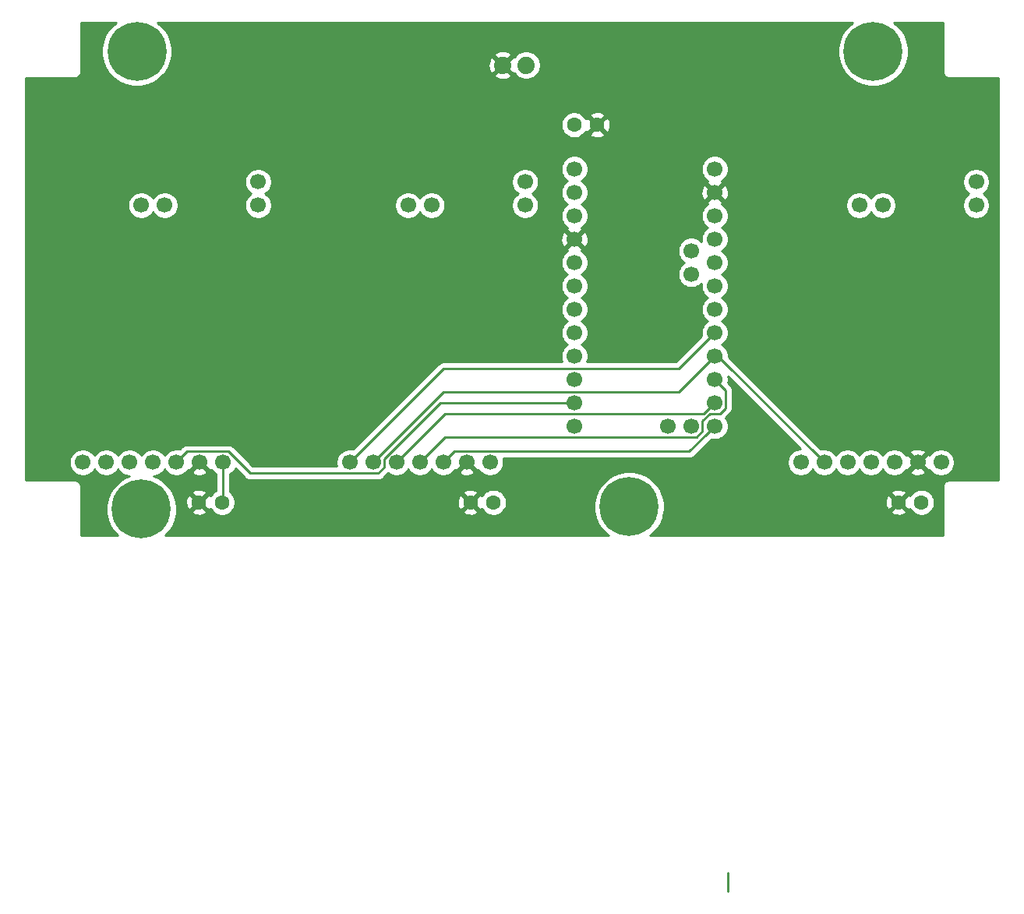
<source format=gbr>
G04 #@! TF.GenerationSoftware,KiCad,Pcbnew,(5.1.4)-1*
G04 #@! TF.CreationDate,2020-03-19T13:00:02-06:00*
G04 #@! TF.ProjectId,Axle Ratio Change,41786c65-2052-4617-9469-6f204368616e,rev?*
G04 #@! TF.SameCoordinates,Original*
G04 #@! TF.FileFunction,Copper,L2,Bot*
G04 #@! TF.FilePolarity,Positive*
%FSLAX46Y46*%
G04 Gerber Fmt 4.6, Leading zero omitted, Abs format (unit mm)*
G04 Created by KiCad (PCBNEW (5.1.4)-1) date 2020-03-19 13:00:02*
%MOMM*%
%LPD*%
G04 APERTURE LIST*
%ADD10C,6.400000*%
%ADD11C,1.879600*%
%ADD12C,1.600000*%
%ADD13C,1.700000*%
%ADD14C,0.250000*%
%ADD15C,0.254000*%
G04 APERTURE END LIST*
D10*
X112250000Y-121500000D03*
X165250000Y-121250000D03*
X111750000Y-71750000D03*
X191750000Y-71750000D03*
D11*
X154040000Y-73250000D03*
X151500000Y-73250000D03*
D12*
X161750000Y-79750000D03*
X159250000Y-79750000D03*
X150500000Y-120750000D03*
X148000000Y-120750000D03*
X118500000Y-120750000D03*
X121000000Y-120750000D03*
X194500000Y-120750000D03*
X197000000Y-120750000D03*
D13*
X169450000Y-112480000D03*
X171990000Y-112480000D03*
X171990000Y-95970000D03*
X171990000Y-93430000D03*
X159290000Y-112480000D03*
X159290000Y-109940000D03*
X159290000Y-107400000D03*
X159290000Y-104860000D03*
X159290000Y-102320000D03*
X159290000Y-99780000D03*
X159290000Y-97240000D03*
X159290000Y-94700000D03*
X159290000Y-92160000D03*
X159290000Y-89620000D03*
X159290000Y-84540000D03*
X159290000Y-87080000D03*
X174530000Y-84540000D03*
X174530000Y-87080000D03*
X174530000Y-89620000D03*
X174530000Y-92160000D03*
X174530000Y-94700000D03*
X174530000Y-97240000D03*
X174530000Y-99780000D03*
X174530000Y-102320000D03*
X174530000Y-104860000D03*
X174530000Y-107400000D03*
X174530000Y-109940000D03*
X174530000Y-112480000D03*
X153930000Y-85935000D03*
X153930000Y-88475000D03*
X141230000Y-88475000D03*
X143770000Y-88475000D03*
X150120000Y-116415000D03*
X147580000Y-116415000D03*
X145040000Y-116415000D03*
X142500000Y-116415000D03*
X139960000Y-116415000D03*
X137420000Y-116415000D03*
X134880000Y-116415000D03*
X202930000Y-85935000D03*
X202930000Y-88475000D03*
X190230000Y-88475000D03*
X192770000Y-88475000D03*
X199120000Y-116415000D03*
X196580000Y-116415000D03*
X194040000Y-116415000D03*
X191500000Y-116415000D03*
X188960000Y-116415000D03*
X186420000Y-116415000D03*
X183880000Y-116415000D03*
X124930000Y-85935000D03*
X124930000Y-88475000D03*
X112230000Y-88475000D03*
X114770000Y-88475000D03*
X121120000Y-116415000D03*
X118580000Y-116415000D03*
X116040000Y-116415000D03*
X113500000Y-116415000D03*
X110960000Y-116415000D03*
X108420000Y-116415000D03*
X105880000Y-116415000D03*
D14*
X176000000Y-163000000D02*
X176000000Y-161000000D01*
X121120000Y-120630000D02*
X121000000Y-120750000D01*
X121120000Y-116415000D02*
X121120000Y-120630000D01*
X117215001Y-115239999D02*
X116889999Y-115565001D01*
X124034003Y-117590001D02*
X121684001Y-115239999D01*
X137984001Y-117590001D02*
X124034003Y-117590001D01*
X138595001Y-116979001D02*
X137984001Y-117590001D01*
X138595001Y-116040997D02*
X138595001Y-116979001D01*
X116889999Y-115565001D02*
X116040000Y-116415000D01*
X144695998Y-109940000D02*
X138595001Y-116040997D01*
X121684001Y-115239999D02*
X117215001Y-115239999D01*
X159290000Y-109940000D02*
X144695998Y-109940000D01*
X175705001Y-110504001D02*
X175705001Y-108575001D01*
X175094001Y-111115001D02*
X175705001Y-110504001D01*
X145259999Y-113655001D02*
X172554001Y-113655001D01*
X175705001Y-108575001D02*
X175379999Y-108249999D01*
X173991409Y-111115001D02*
X175094001Y-111115001D01*
X175379999Y-108249999D02*
X174530000Y-107400000D01*
X173200009Y-111906401D02*
X173991409Y-111115001D01*
X173200009Y-113008993D02*
X173200009Y-111906401D01*
X172554001Y-113655001D02*
X173200009Y-113008993D01*
X142500000Y-116415000D02*
X145259999Y-113655001D01*
X173354999Y-111115001D02*
X173680001Y-110789999D01*
X139960000Y-116415000D02*
X145259999Y-111115001D01*
X173680001Y-110789999D02*
X174530000Y-109940000D01*
X145259999Y-111115001D02*
X173354999Y-111115001D01*
X173680001Y-105709999D02*
X174530000Y-104860000D01*
X170625001Y-108764999D02*
X173680001Y-105709999D01*
X145070001Y-108764999D02*
X170625001Y-108764999D01*
X137420000Y-116415000D02*
X145070001Y-108764999D01*
X174865000Y-104860000D02*
X174530000Y-104860000D01*
X186420000Y-116415000D02*
X174865000Y-104860000D01*
X173680001Y-113329999D02*
X174530000Y-112480000D01*
X171770001Y-115239999D02*
X173680001Y-113329999D01*
X146215001Y-115239999D02*
X171770001Y-115239999D01*
X145040000Y-116415000D02*
X146215001Y-115239999D01*
X173680001Y-103169999D02*
X174530000Y-102320000D01*
X170625001Y-106224999D02*
X173680001Y-103169999D01*
X145070001Y-106224999D02*
X170625001Y-106224999D01*
X134880000Y-116415000D02*
X145070001Y-106224999D01*
D15*
G36*
X109305330Y-68771161D02*
G01*
X108771161Y-69305330D01*
X108351467Y-69933446D01*
X108062377Y-70631372D01*
X107915000Y-71372285D01*
X107915000Y-72127715D01*
X108062377Y-72868628D01*
X108351467Y-73566554D01*
X108771161Y-74194670D01*
X109305330Y-74728839D01*
X109933446Y-75148533D01*
X110631372Y-75437623D01*
X111372285Y-75585000D01*
X112127715Y-75585000D01*
X112868628Y-75437623D01*
X113566554Y-75148533D01*
X114194670Y-74728839D01*
X114581033Y-74342476D01*
X150587129Y-74342476D01*
X150675623Y-74600723D01*
X150954976Y-74735597D01*
X151255275Y-74813381D01*
X151564977Y-74831084D01*
X151872184Y-74788027D01*
X152165086Y-74685865D01*
X152324377Y-74600723D01*
X152412871Y-74342476D01*
X151500000Y-73429605D01*
X150587129Y-74342476D01*
X114581033Y-74342476D01*
X114728839Y-74194670D01*
X115148533Y-73566554D01*
X115252739Y-73314977D01*
X149918916Y-73314977D01*
X149961973Y-73622184D01*
X150064135Y-73915086D01*
X150149277Y-74074377D01*
X150407524Y-74162871D01*
X151320395Y-73250000D01*
X151679605Y-73250000D01*
X152592476Y-74162871D01*
X152725505Y-74117286D01*
X152816773Y-74253877D01*
X153036123Y-74473227D01*
X153294052Y-74645570D01*
X153580648Y-74764282D01*
X153884896Y-74824800D01*
X154195104Y-74824800D01*
X154499352Y-74764282D01*
X154785948Y-74645570D01*
X155043877Y-74473227D01*
X155263227Y-74253877D01*
X155435570Y-73995948D01*
X155554282Y-73709352D01*
X155614800Y-73405104D01*
X155614800Y-73094896D01*
X155554282Y-72790648D01*
X155435570Y-72504052D01*
X155263227Y-72246123D01*
X155043877Y-72026773D01*
X154785948Y-71854430D01*
X154499352Y-71735718D01*
X154195104Y-71675200D01*
X153884896Y-71675200D01*
X153580648Y-71735718D01*
X153294052Y-71854430D01*
X153036123Y-72026773D01*
X152816773Y-72246123D01*
X152725505Y-72382714D01*
X152592476Y-72337129D01*
X151679605Y-73250000D01*
X151320395Y-73250000D01*
X150407524Y-72337129D01*
X150149277Y-72425623D01*
X150014403Y-72704976D01*
X149936619Y-73005275D01*
X149918916Y-73314977D01*
X115252739Y-73314977D01*
X115437623Y-72868628D01*
X115579070Y-72157524D01*
X150587129Y-72157524D01*
X151500000Y-73070395D01*
X152412871Y-72157524D01*
X152324377Y-71899277D01*
X152045024Y-71764403D01*
X151744725Y-71686619D01*
X151435023Y-71668916D01*
X151127816Y-71711973D01*
X150834914Y-71814135D01*
X150675623Y-71899277D01*
X150587129Y-72157524D01*
X115579070Y-72157524D01*
X115585000Y-72127715D01*
X115585000Y-71372285D01*
X115437623Y-70631372D01*
X115148533Y-69933446D01*
X114728839Y-69305330D01*
X114194670Y-68771161D01*
X114028306Y-68660000D01*
X189471694Y-68660000D01*
X189305330Y-68771161D01*
X188771161Y-69305330D01*
X188351467Y-69933446D01*
X188062377Y-70631372D01*
X187915000Y-71372285D01*
X187915000Y-72127715D01*
X188062377Y-72868628D01*
X188351467Y-73566554D01*
X188771161Y-74194670D01*
X189305330Y-74728839D01*
X189933446Y-75148533D01*
X190631372Y-75437623D01*
X191372285Y-75585000D01*
X192127715Y-75585000D01*
X192868628Y-75437623D01*
X193566554Y-75148533D01*
X194194670Y-74728839D01*
X194728839Y-74194670D01*
X195148533Y-73566554D01*
X195437623Y-72868628D01*
X195585000Y-72127715D01*
X195585000Y-71372285D01*
X195437623Y-70631372D01*
X195148533Y-69933446D01*
X194728839Y-69305330D01*
X194194670Y-68771161D01*
X194028306Y-68660000D01*
X199340001Y-68660000D01*
X199340000Y-73967581D01*
X199336807Y-74000000D01*
X199349550Y-74129383D01*
X199387290Y-74253793D01*
X199448575Y-74368450D01*
X199531052Y-74468948D01*
X199631550Y-74551425D01*
X199746207Y-74612710D01*
X199870617Y-74650450D01*
X200000000Y-74663193D01*
X200032419Y-74660000D01*
X205340001Y-74660000D01*
X205340000Y-118340000D01*
X200032419Y-118340000D01*
X200000000Y-118336807D01*
X199967581Y-118340000D01*
X199870617Y-118349550D01*
X199746207Y-118387290D01*
X199631550Y-118448575D01*
X199531052Y-118531052D01*
X199448575Y-118631550D01*
X199387290Y-118746207D01*
X199349550Y-118870617D01*
X199336807Y-119000000D01*
X199340001Y-119032429D01*
X199340000Y-124340000D01*
X167528306Y-124340000D01*
X167694670Y-124228839D01*
X168228839Y-123694670D01*
X168648533Y-123066554D01*
X168937623Y-122368628D01*
X169062127Y-121742702D01*
X193686903Y-121742702D01*
X193758486Y-121986671D01*
X194013996Y-122107571D01*
X194288184Y-122176300D01*
X194570512Y-122190217D01*
X194850130Y-122148787D01*
X195116292Y-122053603D01*
X195241514Y-121986671D01*
X195313097Y-121742702D01*
X194500000Y-120929605D01*
X193686903Y-121742702D01*
X169062127Y-121742702D01*
X169085000Y-121627715D01*
X169085000Y-120872285D01*
X169074702Y-120820512D01*
X193059783Y-120820512D01*
X193101213Y-121100130D01*
X193196397Y-121366292D01*
X193263329Y-121491514D01*
X193507298Y-121563097D01*
X194320395Y-120750000D01*
X194679605Y-120750000D01*
X195492702Y-121563097D01*
X195736671Y-121491514D01*
X195750324Y-121462659D01*
X195885363Y-121664759D01*
X196085241Y-121864637D01*
X196320273Y-122021680D01*
X196581426Y-122129853D01*
X196858665Y-122185000D01*
X197141335Y-122185000D01*
X197418574Y-122129853D01*
X197679727Y-122021680D01*
X197914759Y-121864637D01*
X198114637Y-121664759D01*
X198271680Y-121429727D01*
X198379853Y-121168574D01*
X198435000Y-120891335D01*
X198435000Y-120608665D01*
X198379853Y-120331426D01*
X198271680Y-120070273D01*
X198114637Y-119835241D01*
X197914759Y-119635363D01*
X197679727Y-119478320D01*
X197418574Y-119370147D01*
X197141335Y-119315000D01*
X196858665Y-119315000D01*
X196581426Y-119370147D01*
X196320273Y-119478320D01*
X196085241Y-119635363D01*
X195885363Y-119835241D01*
X195751308Y-120035869D01*
X195736671Y-120008486D01*
X195492702Y-119936903D01*
X194679605Y-120750000D01*
X194320395Y-120750000D01*
X193507298Y-119936903D01*
X193263329Y-120008486D01*
X193142429Y-120263996D01*
X193073700Y-120538184D01*
X193059783Y-120820512D01*
X169074702Y-120820512D01*
X168937623Y-120131372D01*
X168782677Y-119757298D01*
X193686903Y-119757298D01*
X194500000Y-120570395D01*
X195313097Y-119757298D01*
X195241514Y-119513329D01*
X194986004Y-119392429D01*
X194711816Y-119323700D01*
X194429488Y-119309783D01*
X194149870Y-119351213D01*
X193883708Y-119446397D01*
X193758486Y-119513329D01*
X193686903Y-119757298D01*
X168782677Y-119757298D01*
X168648533Y-119433446D01*
X168228839Y-118805330D01*
X167694670Y-118271161D01*
X167066554Y-117851467D01*
X166368628Y-117562377D01*
X165627715Y-117415000D01*
X164872285Y-117415000D01*
X164131372Y-117562377D01*
X163433446Y-117851467D01*
X162805330Y-118271161D01*
X162271161Y-118805330D01*
X161851467Y-119433446D01*
X161562377Y-120131372D01*
X161415000Y-120872285D01*
X161415000Y-121627715D01*
X161562377Y-122368628D01*
X161851467Y-123066554D01*
X162271161Y-123694670D01*
X162805330Y-124228839D01*
X162971694Y-124340000D01*
X114833509Y-124340000D01*
X115228839Y-123944670D01*
X115648533Y-123316554D01*
X115937623Y-122618628D01*
X116085000Y-121877715D01*
X116085000Y-121742702D01*
X117686903Y-121742702D01*
X117758486Y-121986671D01*
X118013996Y-122107571D01*
X118288184Y-122176300D01*
X118570512Y-122190217D01*
X118850130Y-122148787D01*
X119116292Y-122053603D01*
X119241514Y-121986671D01*
X119313097Y-121742702D01*
X118500000Y-120929605D01*
X117686903Y-121742702D01*
X116085000Y-121742702D01*
X116085000Y-121122285D01*
X116024974Y-120820512D01*
X117059783Y-120820512D01*
X117101213Y-121100130D01*
X117196397Y-121366292D01*
X117263329Y-121491514D01*
X117507298Y-121563097D01*
X118320395Y-120750000D01*
X117507298Y-119936903D01*
X117263329Y-120008486D01*
X117142429Y-120263996D01*
X117073700Y-120538184D01*
X117059783Y-120820512D01*
X116024974Y-120820512D01*
X115937623Y-120381372D01*
X115679124Y-119757298D01*
X117686903Y-119757298D01*
X118500000Y-120570395D01*
X119313097Y-119757298D01*
X119241514Y-119513329D01*
X118986004Y-119392429D01*
X118711816Y-119323700D01*
X118429488Y-119309783D01*
X118149870Y-119351213D01*
X117883708Y-119446397D01*
X117758486Y-119513329D01*
X117686903Y-119757298D01*
X115679124Y-119757298D01*
X115648533Y-119683446D01*
X115228839Y-119055330D01*
X114694670Y-118521161D01*
X114066554Y-118101467D01*
X113580169Y-117900000D01*
X113646260Y-117900000D01*
X113933158Y-117842932D01*
X114203411Y-117730990D01*
X114446632Y-117568475D01*
X114653475Y-117361632D01*
X114770000Y-117187240D01*
X114886525Y-117361632D01*
X115093368Y-117568475D01*
X115336589Y-117730990D01*
X115606842Y-117842932D01*
X115893740Y-117900000D01*
X116186260Y-117900000D01*
X116473158Y-117842932D01*
X116743411Y-117730990D01*
X116986632Y-117568475D01*
X117111710Y-117443397D01*
X117731208Y-117443397D01*
X117808843Y-117692472D01*
X118072883Y-117818371D01*
X118356411Y-117890339D01*
X118648531Y-117905611D01*
X118938019Y-117863599D01*
X119213747Y-117765919D01*
X119351157Y-117692472D01*
X119428792Y-117443397D01*
X118580000Y-116594605D01*
X117731208Y-117443397D01*
X117111710Y-117443397D01*
X117193475Y-117361632D01*
X117309311Y-117188271D01*
X117551603Y-117263792D01*
X118400395Y-116415000D01*
X118386253Y-116400858D01*
X118565858Y-116221253D01*
X118580000Y-116235395D01*
X118594143Y-116221253D01*
X118773748Y-116400858D01*
X118759605Y-116415000D01*
X119608397Y-117263792D01*
X119850689Y-117188271D01*
X119966525Y-117361632D01*
X120173368Y-117568475D01*
X120360000Y-117693179D01*
X120360001Y-119461864D01*
X120320273Y-119478320D01*
X120085241Y-119635363D01*
X119885363Y-119835241D01*
X119751308Y-120035869D01*
X119736671Y-120008486D01*
X119492702Y-119936903D01*
X118679605Y-120750000D01*
X119492702Y-121563097D01*
X119736671Y-121491514D01*
X119750324Y-121462659D01*
X119885363Y-121664759D01*
X120085241Y-121864637D01*
X120320273Y-122021680D01*
X120581426Y-122129853D01*
X120858665Y-122185000D01*
X121141335Y-122185000D01*
X121418574Y-122129853D01*
X121679727Y-122021680D01*
X121914759Y-121864637D01*
X122036694Y-121742702D01*
X147186903Y-121742702D01*
X147258486Y-121986671D01*
X147513996Y-122107571D01*
X147788184Y-122176300D01*
X148070512Y-122190217D01*
X148350130Y-122148787D01*
X148616292Y-122053603D01*
X148741514Y-121986671D01*
X148813097Y-121742702D01*
X148000000Y-120929605D01*
X147186903Y-121742702D01*
X122036694Y-121742702D01*
X122114637Y-121664759D01*
X122271680Y-121429727D01*
X122379853Y-121168574D01*
X122435000Y-120891335D01*
X122435000Y-120820512D01*
X146559783Y-120820512D01*
X146601213Y-121100130D01*
X146696397Y-121366292D01*
X146763329Y-121491514D01*
X147007298Y-121563097D01*
X147820395Y-120750000D01*
X148179605Y-120750000D01*
X148992702Y-121563097D01*
X149236671Y-121491514D01*
X149250324Y-121462659D01*
X149385363Y-121664759D01*
X149585241Y-121864637D01*
X149820273Y-122021680D01*
X150081426Y-122129853D01*
X150358665Y-122185000D01*
X150641335Y-122185000D01*
X150918574Y-122129853D01*
X151179727Y-122021680D01*
X151414759Y-121864637D01*
X151614637Y-121664759D01*
X151771680Y-121429727D01*
X151879853Y-121168574D01*
X151935000Y-120891335D01*
X151935000Y-120608665D01*
X151879853Y-120331426D01*
X151771680Y-120070273D01*
X151614637Y-119835241D01*
X151414759Y-119635363D01*
X151179727Y-119478320D01*
X150918574Y-119370147D01*
X150641335Y-119315000D01*
X150358665Y-119315000D01*
X150081426Y-119370147D01*
X149820273Y-119478320D01*
X149585241Y-119635363D01*
X149385363Y-119835241D01*
X149251308Y-120035869D01*
X149236671Y-120008486D01*
X148992702Y-119936903D01*
X148179605Y-120750000D01*
X147820395Y-120750000D01*
X147007298Y-119936903D01*
X146763329Y-120008486D01*
X146642429Y-120263996D01*
X146573700Y-120538184D01*
X146559783Y-120820512D01*
X122435000Y-120820512D01*
X122435000Y-120608665D01*
X122379853Y-120331426D01*
X122271680Y-120070273D01*
X122114637Y-119835241D01*
X122036694Y-119757298D01*
X147186903Y-119757298D01*
X148000000Y-120570395D01*
X148813097Y-119757298D01*
X148741514Y-119513329D01*
X148486004Y-119392429D01*
X148211816Y-119323700D01*
X147929488Y-119309783D01*
X147649870Y-119351213D01*
X147383708Y-119446397D01*
X147258486Y-119513329D01*
X147186903Y-119757298D01*
X122036694Y-119757298D01*
X121914759Y-119635363D01*
X121880000Y-119612138D01*
X121880000Y-117693178D01*
X122066632Y-117568475D01*
X122273475Y-117361632D01*
X122435990Y-117118411D01*
X122451110Y-117081909D01*
X123470204Y-118101004D01*
X123494002Y-118130002D01*
X123609727Y-118224975D01*
X123741756Y-118295547D01*
X123885017Y-118339004D01*
X123996670Y-118350001D01*
X123996678Y-118350001D01*
X124034003Y-118353677D01*
X124071328Y-118350001D01*
X137946679Y-118350001D01*
X137984001Y-118353677D01*
X138021323Y-118350001D01*
X138021334Y-118350001D01*
X138132987Y-118339004D01*
X138276248Y-118295547D01*
X138408277Y-118224975D01*
X138524002Y-118130002D01*
X138547804Y-118100999D01*
X139053509Y-117595296D01*
X139256589Y-117730990D01*
X139526842Y-117842932D01*
X139813740Y-117900000D01*
X140106260Y-117900000D01*
X140393158Y-117842932D01*
X140663411Y-117730990D01*
X140906632Y-117568475D01*
X141113475Y-117361632D01*
X141230000Y-117187240D01*
X141346525Y-117361632D01*
X141553368Y-117568475D01*
X141796589Y-117730990D01*
X142066842Y-117842932D01*
X142353740Y-117900000D01*
X142646260Y-117900000D01*
X142933158Y-117842932D01*
X143203411Y-117730990D01*
X143446632Y-117568475D01*
X143653475Y-117361632D01*
X143770000Y-117187240D01*
X143886525Y-117361632D01*
X144093368Y-117568475D01*
X144336589Y-117730990D01*
X144606842Y-117842932D01*
X144893740Y-117900000D01*
X145186260Y-117900000D01*
X145473158Y-117842932D01*
X145743411Y-117730990D01*
X145986632Y-117568475D01*
X146111710Y-117443397D01*
X146731208Y-117443397D01*
X146808843Y-117692472D01*
X147072883Y-117818371D01*
X147356411Y-117890339D01*
X147648531Y-117905611D01*
X147938019Y-117863599D01*
X148213747Y-117765919D01*
X148351157Y-117692472D01*
X148428792Y-117443397D01*
X147580000Y-116594605D01*
X146731208Y-117443397D01*
X146111710Y-117443397D01*
X146193475Y-117361632D01*
X146309311Y-117188271D01*
X146551603Y-117263792D01*
X147400395Y-116415000D01*
X147386253Y-116400858D01*
X147565858Y-116221253D01*
X147580000Y-116235395D01*
X147594143Y-116221253D01*
X147773748Y-116400858D01*
X147759605Y-116415000D01*
X148608397Y-117263792D01*
X148850689Y-117188271D01*
X148966525Y-117361632D01*
X149173368Y-117568475D01*
X149416589Y-117730990D01*
X149686842Y-117842932D01*
X149973740Y-117900000D01*
X150266260Y-117900000D01*
X150553158Y-117842932D01*
X150823411Y-117730990D01*
X151066632Y-117568475D01*
X151273475Y-117361632D01*
X151435990Y-117118411D01*
X151547932Y-116848158D01*
X151605000Y-116561260D01*
X151605000Y-116268740D01*
X151551544Y-115999999D01*
X171732679Y-115999999D01*
X171770001Y-116003675D01*
X171807323Y-115999999D01*
X171807334Y-115999999D01*
X171918987Y-115989002D01*
X172062248Y-115945545D01*
X172194277Y-115874973D01*
X172310002Y-115780000D01*
X172333805Y-115750996D01*
X174163592Y-113921210D01*
X174383740Y-113965000D01*
X174676260Y-113965000D01*
X174963158Y-113907932D01*
X175233411Y-113795990D01*
X175476632Y-113633475D01*
X175683475Y-113426632D01*
X175845990Y-113183411D01*
X175957932Y-112913158D01*
X176015000Y-112626260D01*
X176015000Y-112333740D01*
X175957932Y-112046842D01*
X175845990Y-111776589D01*
X175710296Y-111573508D01*
X176216010Y-111067795D01*
X176245002Y-111044002D01*
X176268796Y-111015009D01*
X176268800Y-111015005D01*
X176339974Y-110928278D01*
X176339975Y-110928277D01*
X176410547Y-110796248D01*
X176454004Y-110652987D01*
X176465001Y-110541334D01*
X176465001Y-110541325D01*
X176468677Y-110504002D01*
X176465001Y-110466679D01*
X176465001Y-108612323D01*
X176468677Y-108575000D01*
X176465001Y-108537677D01*
X176465001Y-108537668D01*
X176454004Y-108426015D01*
X176410547Y-108282754D01*
X176339975Y-108150725D01*
X176245002Y-108035000D01*
X176215998Y-108011197D01*
X175971209Y-107766408D01*
X176015000Y-107546260D01*
X176015000Y-107253740D01*
X175973052Y-107042853D01*
X183860198Y-114930000D01*
X183733740Y-114930000D01*
X183446842Y-114987068D01*
X183176589Y-115099010D01*
X182933368Y-115261525D01*
X182726525Y-115468368D01*
X182564010Y-115711589D01*
X182452068Y-115981842D01*
X182395000Y-116268740D01*
X182395000Y-116561260D01*
X182452068Y-116848158D01*
X182564010Y-117118411D01*
X182726525Y-117361632D01*
X182933368Y-117568475D01*
X183176589Y-117730990D01*
X183446842Y-117842932D01*
X183733740Y-117900000D01*
X184026260Y-117900000D01*
X184313158Y-117842932D01*
X184583411Y-117730990D01*
X184826632Y-117568475D01*
X185033475Y-117361632D01*
X185150000Y-117187240D01*
X185266525Y-117361632D01*
X185473368Y-117568475D01*
X185716589Y-117730990D01*
X185986842Y-117842932D01*
X186273740Y-117900000D01*
X186566260Y-117900000D01*
X186853158Y-117842932D01*
X187123411Y-117730990D01*
X187366632Y-117568475D01*
X187573475Y-117361632D01*
X187690000Y-117187240D01*
X187806525Y-117361632D01*
X188013368Y-117568475D01*
X188256589Y-117730990D01*
X188526842Y-117842932D01*
X188813740Y-117900000D01*
X189106260Y-117900000D01*
X189393158Y-117842932D01*
X189663411Y-117730990D01*
X189906632Y-117568475D01*
X190113475Y-117361632D01*
X190230000Y-117187240D01*
X190346525Y-117361632D01*
X190553368Y-117568475D01*
X190796589Y-117730990D01*
X191066842Y-117842932D01*
X191353740Y-117900000D01*
X191646260Y-117900000D01*
X191933158Y-117842932D01*
X192203411Y-117730990D01*
X192446632Y-117568475D01*
X192653475Y-117361632D01*
X192770000Y-117187240D01*
X192886525Y-117361632D01*
X193093368Y-117568475D01*
X193336589Y-117730990D01*
X193606842Y-117842932D01*
X193893740Y-117900000D01*
X194186260Y-117900000D01*
X194473158Y-117842932D01*
X194743411Y-117730990D01*
X194986632Y-117568475D01*
X195111710Y-117443397D01*
X195731208Y-117443397D01*
X195808843Y-117692472D01*
X196072883Y-117818371D01*
X196356411Y-117890339D01*
X196648531Y-117905611D01*
X196938019Y-117863599D01*
X197213747Y-117765919D01*
X197351157Y-117692472D01*
X197428792Y-117443397D01*
X196580000Y-116594605D01*
X195731208Y-117443397D01*
X195111710Y-117443397D01*
X195193475Y-117361632D01*
X195309311Y-117188271D01*
X195551603Y-117263792D01*
X196400395Y-116415000D01*
X196759605Y-116415000D01*
X197608397Y-117263792D01*
X197850689Y-117188271D01*
X197966525Y-117361632D01*
X198173368Y-117568475D01*
X198416589Y-117730990D01*
X198686842Y-117842932D01*
X198973740Y-117900000D01*
X199266260Y-117900000D01*
X199553158Y-117842932D01*
X199823411Y-117730990D01*
X200066632Y-117568475D01*
X200273475Y-117361632D01*
X200435990Y-117118411D01*
X200547932Y-116848158D01*
X200605000Y-116561260D01*
X200605000Y-116268740D01*
X200547932Y-115981842D01*
X200435990Y-115711589D01*
X200273475Y-115468368D01*
X200066632Y-115261525D01*
X199823411Y-115099010D01*
X199553158Y-114987068D01*
X199266260Y-114930000D01*
X198973740Y-114930000D01*
X198686842Y-114987068D01*
X198416589Y-115099010D01*
X198173368Y-115261525D01*
X197966525Y-115468368D01*
X197850689Y-115641729D01*
X197608397Y-115566208D01*
X196759605Y-116415000D01*
X196400395Y-116415000D01*
X195551603Y-115566208D01*
X195309311Y-115641729D01*
X195193475Y-115468368D01*
X195111710Y-115386603D01*
X195731208Y-115386603D01*
X196580000Y-116235395D01*
X197428792Y-115386603D01*
X197351157Y-115137528D01*
X197087117Y-115011629D01*
X196803589Y-114939661D01*
X196511469Y-114924389D01*
X196221981Y-114966401D01*
X195946253Y-115064081D01*
X195808843Y-115137528D01*
X195731208Y-115386603D01*
X195111710Y-115386603D01*
X194986632Y-115261525D01*
X194743411Y-115099010D01*
X194473158Y-114987068D01*
X194186260Y-114930000D01*
X193893740Y-114930000D01*
X193606842Y-114987068D01*
X193336589Y-115099010D01*
X193093368Y-115261525D01*
X192886525Y-115468368D01*
X192770000Y-115642760D01*
X192653475Y-115468368D01*
X192446632Y-115261525D01*
X192203411Y-115099010D01*
X191933158Y-114987068D01*
X191646260Y-114930000D01*
X191353740Y-114930000D01*
X191066842Y-114987068D01*
X190796589Y-115099010D01*
X190553368Y-115261525D01*
X190346525Y-115468368D01*
X190230000Y-115642760D01*
X190113475Y-115468368D01*
X189906632Y-115261525D01*
X189663411Y-115099010D01*
X189393158Y-114987068D01*
X189106260Y-114930000D01*
X188813740Y-114930000D01*
X188526842Y-114987068D01*
X188256589Y-115099010D01*
X188013368Y-115261525D01*
X187806525Y-115468368D01*
X187690000Y-115642760D01*
X187573475Y-115468368D01*
X187366632Y-115261525D01*
X187123411Y-115099010D01*
X186853158Y-114987068D01*
X186566260Y-114930000D01*
X186273740Y-114930000D01*
X186053592Y-114973790D01*
X176015000Y-104935199D01*
X176015000Y-104713740D01*
X175957932Y-104426842D01*
X175845990Y-104156589D01*
X175683475Y-103913368D01*
X175476632Y-103706525D01*
X175302240Y-103590000D01*
X175476632Y-103473475D01*
X175683475Y-103266632D01*
X175845990Y-103023411D01*
X175957932Y-102753158D01*
X176015000Y-102466260D01*
X176015000Y-102173740D01*
X175957932Y-101886842D01*
X175845990Y-101616589D01*
X175683475Y-101373368D01*
X175476632Y-101166525D01*
X175302240Y-101050000D01*
X175476632Y-100933475D01*
X175683475Y-100726632D01*
X175845990Y-100483411D01*
X175957932Y-100213158D01*
X176015000Y-99926260D01*
X176015000Y-99633740D01*
X175957932Y-99346842D01*
X175845990Y-99076589D01*
X175683475Y-98833368D01*
X175476632Y-98626525D01*
X175302240Y-98510000D01*
X175476632Y-98393475D01*
X175683475Y-98186632D01*
X175845990Y-97943411D01*
X175957932Y-97673158D01*
X176015000Y-97386260D01*
X176015000Y-97093740D01*
X175957932Y-96806842D01*
X175845990Y-96536589D01*
X175683475Y-96293368D01*
X175476632Y-96086525D01*
X175302240Y-95970000D01*
X175476632Y-95853475D01*
X175683475Y-95646632D01*
X175845990Y-95403411D01*
X175957932Y-95133158D01*
X176015000Y-94846260D01*
X176015000Y-94553740D01*
X175957932Y-94266842D01*
X175845990Y-93996589D01*
X175683475Y-93753368D01*
X175476632Y-93546525D01*
X175302240Y-93430000D01*
X175476632Y-93313475D01*
X175683475Y-93106632D01*
X175845990Y-92863411D01*
X175957932Y-92593158D01*
X176015000Y-92306260D01*
X176015000Y-92013740D01*
X175957932Y-91726842D01*
X175845990Y-91456589D01*
X175683475Y-91213368D01*
X175476632Y-91006525D01*
X175302240Y-90890000D01*
X175476632Y-90773475D01*
X175683475Y-90566632D01*
X175845990Y-90323411D01*
X175957932Y-90053158D01*
X176015000Y-89766260D01*
X176015000Y-89473740D01*
X175957932Y-89186842D01*
X175845990Y-88916589D01*
X175683475Y-88673368D01*
X175476632Y-88466525D01*
X175303271Y-88350689D01*
X175310112Y-88328740D01*
X188745000Y-88328740D01*
X188745000Y-88621260D01*
X188802068Y-88908158D01*
X188914010Y-89178411D01*
X189076525Y-89421632D01*
X189283368Y-89628475D01*
X189526589Y-89790990D01*
X189796842Y-89902932D01*
X190083740Y-89960000D01*
X190376260Y-89960000D01*
X190663158Y-89902932D01*
X190933411Y-89790990D01*
X191176632Y-89628475D01*
X191383475Y-89421632D01*
X191500000Y-89247240D01*
X191616525Y-89421632D01*
X191823368Y-89628475D01*
X192066589Y-89790990D01*
X192336842Y-89902932D01*
X192623740Y-89960000D01*
X192916260Y-89960000D01*
X193203158Y-89902932D01*
X193473411Y-89790990D01*
X193716632Y-89628475D01*
X193923475Y-89421632D01*
X194085990Y-89178411D01*
X194197932Y-88908158D01*
X194255000Y-88621260D01*
X194255000Y-88328740D01*
X194197932Y-88041842D01*
X194085990Y-87771589D01*
X193923475Y-87528368D01*
X193716632Y-87321525D01*
X193473411Y-87159010D01*
X193203158Y-87047068D01*
X192916260Y-86990000D01*
X192623740Y-86990000D01*
X192336842Y-87047068D01*
X192066589Y-87159010D01*
X191823368Y-87321525D01*
X191616525Y-87528368D01*
X191500000Y-87702760D01*
X191383475Y-87528368D01*
X191176632Y-87321525D01*
X190933411Y-87159010D01*
X190663158Y-87047068D01*
X190376260Y-86990000D01*
X190083740Y-86990000D01*
X189796842Y-87047068D01*
X189526589Y-87159010D01*
X189283368Y-87321525D01*
X189076525Y-87528368D01*
X188914010Y-87771589D01*
X188802068Y-88041842D01*
X188745000Y-88328740D01*
X175310112Y-88328740D01*
X175378792Y-88108397D01*
X174530000Y-87259605D01*
X173681208Y-88108397D01*
X173756729Y-88350689D01*
X173583368Y-88466525D01*
X173376525Y-88673368D01*
X173214010Y-88916589D01*
X173102068Y-89186842D01*
X173045000Y-89473740D01*
X173045000Y-89766260D01*
X173102068Y-90053158D01*
X173214010Y-90323411D01*
X173376525Y-90566632D01*
X173583368Y-90773475D01*
X173757760Y-90890000D01*
X173583368Y-91006525D01*
X173376525Y-91213368D01*
X173214010Y-91456589D01*
X173102068Y-91726842D01*
X173045000Y-92013740D01*
X173045000Y-92306260D01*
X173064525Y-92404418D01*
X172936632Y-92276525D01*
X172693411Y-92114010D01*
X172423158Y-92002068D01*
X172136260Y-91945000D01*
X171843740Y-91945000D01*
X171556842Y-92002068D01*
X171286589Y-92114010D01*
X171043368Y-92276525D01*
X170836525Y-92483368D01*
X170674010Y-92726589D01*
X170562068Y-92996842D01*
X170505000Y-93283740D01*
X170505000Y-93576260D01*
X170562068Y-93863158D01*
X170674010Y-94133411D01*
X170836525Y-94376632D01*
X171043368Y-94583475D01*
X171217760Y-94700000D01*
X171043368Y-94816525D01*
X170836525Y-95023368D01*
X170674010Y-95266589D01*
X170562068Y-95536842D01*
X170505000Y-95823740D01*
X170505000Y-96116260D01*
X170562068Y-96403158D01*
X170674010Y-96673411D01*
X170836525Y-96916632D01*
X171043368Y-97123475D01*
X171286589Y-97285990D01*
X171556842Y-97397932D01*
X171843740Y-97455000D01*
X172136260Y-97455000D01*
X172423158Y-97397932D01*
X172693411Y-97285990D01*
X172936632Y-97123475D01*
X173064525Y-96995582D01*
X173045000Y-97093740D01*
X173045000Y-97386260D01*
X173102068Y-97673158D01*
X173214010Y-97943411D01*
X173376525Y-98186632D01*
X173583368Y-98393475D01*
X173757760Y-98510000D01*
X173583368Y-98626525D01*
X173376525Y-98833368D01*
X173214010Y-99076589D01*
X173102068Y-99346842D01*
X173045000Y-99633740D01*
X173045000Y-99926260D01*
X173102068Y-100213158D01*
X173214010Y-100483411D01*
X173376525Y-100726632D01*
X173583368Y-100933475D01*
X173757760Y-101050000D01*
X173583368Y-101166525D01*
X173376525Y-101373368D01*
X173214010Y-101616589D01*
X173102068Y-101886842D01*
X173045000Y-102173740D01*
X173045000Y-102466260D01*
X173088790Y-102686407D01*
X170310200Y-105464999D01*
X160646753Y-105464999D01*
X160717932Y-105293158D01*
X160775000Y-105006260D01*
X160775000Y-104713740D01*
X160717932Y-104426842D01*
X160605990Y-104156589D01*
X160443475Y-103913368D01*
X160236632Y-103706525D01*
X160062240Y-103590000D01*
X160236632Y-103473475D01*
X160443475Y-103266632D01*
X160605990Y-103023411D01*
X160717932Y-102753158D01*
X160775000Y-102466260D01*
X160775000Y-102173740D01*
X160717932Y-101886842D01*
X160605990Y-101616589D01*
X160443475Y-101373368D01*
X160236632Y-101166525D01*
X160062240Y-101050000D01*
X160236632Y-100933475D01*
X160443475Y-100726632D01*
X160605990Y-100483411D01*
X160717932Y-100213158D01*
X160775000Y-99926260D01*
X160775000Y-99633740D01*
X160717932Y-99346842D01*
X160605990Y-99076589D01*
X160443475Y-98833368D01*
X160236632Y-98626525D01*
X160062240Y-98510000D01*
X160236632Y-98393475D01*
X160443475Y-98186632D01*
X160605990Y-97943411D01*
X160717932Y-97673158D01*
X160775000Y-97386260D01*
X160775000Y-97093740D01*
X160717932Y-96806842D01*
X160605990Y-96536589D01*
X160443475Y-96293368D01*
X160236632Y-96086525D01*
X160062240Y-95970000D01*
X160236632Y-95853475D01*
X160443475Y-95646632D01*
X160605990Y-95403411D01*
X160717932Y-95133158D01*
X160775000Y-94846260D01*
X160775000Y-94553740D01*
X160717932Y-94266842D01*
X160605990Y-93996589D01*
X160443475Y-93753368D01*
X160236632Y-93546525D01*
X160063271Y-93430689D01*
X160138792Y-93188397D01*
X159290000Y-92339605D01*
X158441208Y-93188397D01*
X158516729Y-93430689D01*
X158343368Y-93546525D01*
X158136525Y-93753368D01*
X157974010Y-93996589D01*
X157862068Y-94266842D01*
X157805000Y-94553740D01*
X157805000Y-94846260D01*
X157862068Y-95133158D01*
X157974010Y-95403411D01*
X158136525Y-95646632D01*
X158343368Y-95853475D01*
X158517760Y-95970000D01*
X158343368Y-96086525D01*
X158136525Y-96293368D01*
X157974010Y-96536589D01*
X157862068Y-96806842D01*
X157805000Y-97093740D01*
X157805000Y-97386260D01*
X157862068Y-97673158D01*
X157974010Y-97943411D01*
X158136525Y-98186632D01*
X158343368Y-98393475D01*
X158517760Y-98510000D01*
X158343368Y-98626525D01*
X158136525Y-98833368D01*
X157974010Y-99076589D01*
X157862068Y-99346842D01*
X157805000Y-99633740D01*
X157805000Y-99926260D01*
X157862068Y-100213158D01*
X157974010Y-100483411D01*
X158136525Y-100726632D01*
X158343368Y-100933475D01*
X158517760Y-101050000D01*
X158343368Y-101166525D01*
X158136525Y-101373368D01*
X157974010Y-101616589D01*
X157862068Y-101886842D01*
X157805000Y-102173740D01*
X157805000Y-102466260D01*
X157862068Y-102753158D01*
X157974010Y-103023411D01*
X158136525Y-103266632D01*
X158343368Y-103473475D01*
X158517760Y-103590000D01*
X158343368Y-103706525D01*
X158136525Y-103913368D01*
X157974010Y-104156589D01*
X157862068Y-104426842D01*
X157805000Y-104713740D01*
X157805000Y-105006260D01*
X157862068Y-105293158D01*
X157933247Y-105464999D01*
X145107334Y-105464999D01*
X145070001Y-105461322D01*
X145032668Y-105464999D01*
X144921015Y-105475996D01*
X144777754Y-105519453D01*
X144645725Y-105590025D01*
X144530000Y-105684998D01*
X144506202Y-105713996D01*
X135246408Y-114973791D01*
X135026260Y-114930000D01*
X134733740Y-114930000D01*
X134446842Y-114987068D01*
X134176589Y-115099010D01*
X133933368Y-115261525D01*
X133726525Y-115468368D01*
X133564010Y-115711589D01*
X133452068Y-115981842D01*
X133395000Y-116268740D01*
X133395000Y-116561260D01*
X133448456Y-116830001D01*
X124348805Y-116830001D01*
X122247805Y-114729002D01*
X122224002Y-114699998D01*
X122108277Y-114605025D01*
X121976248Y-114534453D01*
X121832987Y-114490996D01*
X121721334Y-114479999D01*
X121721323Y-114479999D01*
X121684001Y-114476323D01*
X121646679Y-114479999D01*
X117252323Y-114479999D01*
X117215000Y-114476323D01*
X117177677Y-114479999D01*
X117177668Y-114479999D01*
X117066015Y-114490996D01*
X116922754Y-114534453D01*
X116790725Y-114605025D01*
X116675000Y-114699998D01*
X116651197Y-114729002D01*
X116406408Y-114973791D01*
X116186260Y-114930000D01*
X115893740Y-114930000D01*
X115606842Y-114987068D01*
X115336589Y-115099010D01*
X115093368Y-115261525D01*
X114886525Y-115468368D01*
X114770000Y-115642760D01*
X114653475Y-115468368D01*
X114446632Y-115261525D01*
X114203411Y-115099010D01*
X113933158Y-114987068D01*
X113646260Y-114930000D01*
X113353740Y-114930000D01*
X113066842Y-114987068D01*
X112796589Y-115099010D01*
X112553368Y-115261525D01*
X112346525Y-115468368D01*
X112230000Y-115642760D01*
X112113475Y-115468368D01*
X111906632Y-115261525D01*
X111663411Y-115099010D01*
X111393158Y-114987068D01*
X111106260Y-114930000D01*
X110813740Y-114930000D01*
X110526842Y-114987068D01*
X110256589Y-115099010D01*
X110013368Y-115261525D01*
X109806525Y-115468368D01*
X109690000Y-115642760D01*
X109573475Y-115468368D01*
X109366632Y-115261525D01*
X109123411Y-115099010D01*
X108853158Y-114987068D01*
X108566260Y-114930000D01*
X108273740Y-114930000D01*
X107986842Y-114987068D01*
X107716589Y-115099010D01*
X107473368Y-115261525D01*
X107266525Y-115468368D01*
X107150000Y-115642760D01*
X107033475Y-115468368D01*
X106826632Y-115261525D01*
X106583411Y-115099010D01*
X106313158Y-114987068D01*
X106026260Y-114930000D01*
X105733740Y-114930000D01*
X105446842Y-114987068D01*
X105176589Y-115099010D01*
X104933368Y-115261525D01*
X104726525Y-115468368D01*
X104564010Y-115711589D01*
X104452068Y-115981842D01*
X104395000Y-116268740D01*
X104395000Y-116561260D01*
X104452068Y-116848158D01*
X104564010Y-117118411D01*
X104726525Y-117361632D01*
X104933368Y-117568475D01*
X105176589Y-117730990D01*
X105446842Y-117842932D01*
X105733740Y-117900000D01*
X106026260Y-117900000D01*
X106313158Y-117842932D01*
X106583411Y-117730990D01*
X106826632Y-117568475D01*
X107033475Y-117361632D01*
X107150000Y-117187240D01*
X107266525Y-117361632D01*
X107473368Y-117568475D01*
X107716589Y-117730990D01*
X107986842Y-117842932D01*
X108273740Y-117900000D01*
X108566260Y-117900000D01*
X108853158Y-117842932D01*
X109123411Y-117730990D01*
X109366632Y-117568475D01*
X109573475Y-117361632D01*
X109690000Y-117187240D01*
X109806525Y-117361632D01*
X110013368Y-117568475D01*
X110256589Y-117730990D01*
X110526842Y-117842932D01*
X110813740Y-117900000D01*
X110919831Y-117900000D01*
X110433446Y-118101467D01*
X109805330Y-118521161D01*
X109271161Y-119055330D01*
X108851467Y-119683446D01*
X108562377Y-120381372D01*
X108415000Y-121122285D01*
X108415000Y-121877715D01*
X108562377Y-122618628D01*
X108851467Y-123316554D01*
X109271161Y-123944670D01*
X109666491Y-124340000D01*
X105660000Y-124340000D01*
X105660000Y-119032418D01*
X105663193Y-119000000D01*
X105650450Y-118870617D01*
X105612710Y-118746207D01*
X105551425Y-118631550D01*
X105468948Y-118531052D01*
X105368450Y-118448575D01*
X105253793Y-118387290D01*
X105129383Y-118349550D01*
X105032419Y-118340000D01*
X105000000Y-118336807D01*
X104967581Y-118340000D01*
X99660000Y-118340000D01*
X99660000Y-92228531D01*
X157799389Y-92228531D01*
X157841401Y-92518019D01*
X157939081Y-92793747D01*
X158012528Y-92931157D01*
X158261603Y-93008792D01*
X159110395Y-92160000D01*
X159469605Y-92160000D01*
X160318397Y-93008792D01*
X160567472Y-92931157D01*
X160693371Y-92667117D01*
X160765339Y-92383589D01*
X160780611Y-92091469D01*
X160738599Y-91801981D01*
X160640919Y-91526253D01*
X160567472Y-91388843D01*
X160318397Y-91311208D01*
X159469605Y-92160000D01*
X159110395Y-92160000D01*
X158261603Y-91311208D01*
X158012528Y-91388843D01*
X157886629Y-91652883D01*
X157814661Y-91936411D01*
X157799389Y-92228531D01*
X99660000Y-92228531D01*
X99660000Y-88328740D01*
X110745000Y-88328740D01*
X110745000Y-88621260D01*
X110802068Y-88908158D01*
X110914010Y-89178411D01*
X111076525Y-89421632D01*
X111283368Y-89628475D01*
X111526589Y-89790990D01*
X111796842Y-89902932D01*
X112083740Y-89960000D01*
X112376260Y-89960000D01*
X112663158Y-89902932D01*
X112933411Y-89790990D01*
X113176632Y-89628475D01*
X113383475Y-89421632D01*
X113500000Y-89247240D01*
X113616525Y-89421632D01*
X113823368Y-89628475D01*
X114066589Y-89790990D01*
X114336842Y-89902932D01*
X114623740Y-89960000D01*
X114916260Y-89960000D01*
X115203158Y-89902932D01*
X115473411Y-89790990D01*
X115716632Y-89628475D01*
X115923475Y-89421632D01*
X116085990Y-89178411D01*
X116197932Y-88908158D01*
X116255000Y-88621260D01*
X116255000Y-88328740D01*
X116197932Y-88041842D01*
X116085990Y-87771589D01*
X115923475Y-87528368D01*
X115716632Y-87321525D01*
X115473411Y-87159010D01*
X115203158Y-87047068D01*
X114916260Y-86990000D01*
X114623740Y-86990000D01*
X114336842Y-87047068D01*
X114066589Y-87159010D01*
X113823368Y-87321525D01*
X113616525Y-87528368D01*
X113500000Y-87702760D01*
X113383475Y-87528368D01*
X113176632Y-87321525D01*
X112933411Y-87159010D01*
X112663158Y-87047068D01*
X112376260Y-86990000D01*
X112083740Y-86990000D01*
X111796842Y-87047068D01*
X111526589Y-87159010D01*
X111283368Y-87321525D01*
X111076525Y-87528368D01*
X110914010Y-87771589D01*
X110802068Y-88041842D01*
X110745000Y-88328740D01*
X99660000Y-88328740D01*
X99660000Y-85788740D01*
X123445000Y-85788740D01*
X123445000Y-86081260D01*
X123502068Y-86368158D01*
X123614010Y-86638411D01*
X123776525Y-86881632D01*
X123983368Y-87088475D01*
X124157760Y-87205000D01*
X123983368Y-87321525D01*
X123776525Y-87528368D01*
X123614010Y-87771589D01*
X123502068Y-88041842D01*
X123445000Y-88328740D01*
X123445000Y-88621260D01*
X123502068Y-88908158D01*
X123614010Y-89178411D01*
X123776525Y-89421632D01*
X123983368Y-89628475D01*
X124226589Y-89790990D01*
X124496842Y-89902932D01*
X124783740Y-89960000D01*
X125076260Y-89960000D01*
X125363158Y-89902932D01*
X125633411Y-89790990D01*
X125876632Y-89628475D01*
X126083475Y-89421632D01*
X126245990Y-89178411D01*
X126357932Y-88908158D01*
X126415000Y-88621260D01*
X126415000Y-88328740D01*
X139745000Y-88328740D01*
X139745000Y-88621260D01*
X139802068Y-88908158D01*
X139914010Y-89178411D01*
X140076525Y-89421632D01*
X140283368Y-89628475D01*
X140526589Y-89790990D01*
X140796842Y-89902932D01*
X141083740Y-89960000D01*
X141376260Y-89960000D01*
X141663158Y-89902932D01*
X141933411Y-89790990D01*
X142176632Y-89628475D01*
X142383475Y-89421632D01*
X142500000Y-89247240D01*
X142616525Y-89421632D01*
X142823368Y-89628475D01*
X143066589Y-89790990D01*
X143336842Y-89902932D01*
X143623740Y-89960000D01*
X143916260Y-89960000D01*
X144203158Y-89902932D01*
X144473411Y-89790990D01*
X144716632Y-89628475D01*
X144923475Y-89421632D01*
X145085990Y-89178411D01*
X145197932Y-88908158D01*
X145255000Y-88621260D01*
X145255000Y-88328740D01*
X145197932Y-88041842D01*
X145085990Y-87771589D01*
X144923475Y-87528368D01*
X144716632Y-87321525D01*
X144473411Y-87159010D01*
X144203158Y-87047068D01*
X143916260Y-86990000D01*
X143623740Y-86990000D01*
X143336842Y-87047068D01*
X143066589Y-87159010D01*
X142823368Y-87321525D01*
X142616525Y-87528368D01*
X142500000Y-87702760D01*
X142383475Y-87528368D01*
X142176632Y-87321525D01*
X141933411Y-87159010D01*
X141663158Y-87047068D01*
X141376260Y-86990000D01*
X141083740Y-86990000D01*
X140796842Y-87047068D01*
X140526589Y-87159010D01*
X140283368Y-87321525D01*
X140076525Y-87528368D01*
X139914010Y-87771589D01*
X139802068Y-88041842D01*
X139745000Y-88328740D01*
X126415000Y-88328740D01*
X126357932Y-88041842D01*
X126245990Y-87771589D01*
X126083475Y-87528368D01*
X125876632Y-87321525D01*
X125702240Y-87205000D01*
X125876632Y-87088475D01*
X126083475Y-86881632D01*
X126245990Y-86638411D01*
X126357932Y-86368158D01*
X126415000Y-86081260D01*
X126415000Y-85788740D01*
X152445000Y-85788740D01*
X152445000Y-86081260D01*
X152502068Y-86368158D01*
X152614010Y-86638411D01*
X152776525Y-86881632D01*
X152983368Y-87088475D01*
X153157760Y-87205000D01*
X152983368Y-87321525D01*
X152776525Y-87528368D01*
X152614010Y-87771589D01*
X152502068Y-88041842D01*
X152445000Y-88328740D01*
X152445000Y-88621260D01*
X152502068Y-88908158D01*
X152614010Y-89178411D01*
X152776525Y-89421632D01*
X152983368Y-89628475D01*
X153226589Y-89790990D01*
X153496842Y-89902932D01*
X153783740Y-89960000D01*
X154076260Y-89960000D01*
X154363158Y-89902932D01*
X154633411Y-89790990D01*
X154876632Y-89628475D01*
X155083475Y-89421632D01*
X155245990Y-89178411D01*
X155357932Y-88908158D01*
X155415000Y-88621260D01*
X155415000Y-88328740D01*
X155357932Y-88041842D01*
X155245990Y-87771589D01*
X155083475Y-87528368D01*
X154876632Y-87321525D01*
X154702240Y-87205000D01*
X154876632Y-87088475D01*
X155083475Y-86881632D01*
X155245990Y-86638411D01*
X155357932Y-86368158D01*
X155415000Y-86081260D01*
X155415000Y-85788740D01*
X155357932Y-85501842D01*
X155245990Y-85231589D01*
X155083475Y-84988368D01*
X154876632Y-84781525D01*
X154633411Y-84619010D01*
X154363158Y-84507068D01*
X154076260Y-84450000D01*
X153783740Y-84450000D01*
X153496842Y-84507068D01*
X153226589Y-84619010D01*
X152983368Y-84781525D01*
X152776525Y-84988368D01*
X152614010Y-85231589D01*
X152502068Y-85501842D01*
X152445000Y-85788740D01*
X126415000Y-85788740D01*
X126357932Y-85501842D01*
X126245990Y-85231589D01*
X126083475Y-84988368D01*
X125876632Y-84781525D01*
X125633411Y-84619010D01*
X125363158Y-84507068D01*
X125076260Y-84450000D01*
X124783740Y-84450000D01*
X124496842Y-84507068D01*
X124226589Y-84619010D01*
X123983368Y-84781525D01*
X123776525Y-84988368D01*
X123614010Y-85231589D01*
X123502068Y-85501842D01*
X123445000Y-85788740D01*
X99660000Y-85788740D01*
X99660000Y-84393740D01*
X157805000Y-84393740D01*
X157805000Y-84686260D01*
X157862068Y-84973158D01*
X157974010Y-85243411D01*
X158136525Y-85486632D01*
X158343368Y-85693475D01*
X158517760Y-85810000D01*
X158343368Y-85926525D01*
X158136525Y-86133368D01*
X157974010Y-86376589D01*
X157862068Y-86646842D01*
X157805000Y-86933740D01*
X157805000Y-87226260D01*
X157862068Y-87513158D01*
X157974010Y-87783411D01*
X158136525Y-88026632D01*
X158343368Y-88233475D01*
X158517760Y-88350000D01*
X158343368Y-88466525D01*
X158136525Y-88673368D01*
X157974010Y-88916589D01*
X157862068Y-89186842D01*
X157805000Y-89473740D01*
X157805000Y-89766260D01*
X157862068Y-90053158D01*
X157974010Y-90323411D01*
X158136525Y-90566632D01*
X158343368Y-90773475D01*
X158516729Y-90889311D01*
X158441208Y-91131603D01*
X159290000Y-91980395D01*
X160138792Y-91131603D01*
X160063271Y-90889311D01*
X160236632Y-90773475D01*
X160443475Y-90566632D01*
X160605990Y-90323411D01*
X160717932Y-90053158D01*
X160775000Y-89766260D01*
X160775000Y-89473740D01*
X160717932Y-89186842D01*
X160605990Y-88916589D01*
X160443475Y-88673368D01*
X160236632Y-88466525D01*
X160062240Y-88350000D01*
X160236632Y-88233475D01*
X160443475Y-88026632D01*
X160605990Y-87783411D01*
X160717932Y-87513158D01*
X160775000Y-87226260D01*
X160775000Y-87148531D01*
X173039389Y-87148531D01*
X173081401Y-87438019D01*
X173179081Y-87713747D01*
X173252528Y-87851157D01*
X173501603Y-87928792D01*
X174350395Y-87080000D01*
X174709605Y-87080000D01*
X175558397Y-87928792D01*
X175807472Y-87851157D01*
X175933371Y-87587117D01*
X176005339Y-87303589D01*
X176020611Y-87011469D01*
X175978599Y-86721981D01*
X175880919Y-86446253D01*
X175807472Y-86308843D01*
X175558397Y-86231208D01*
X174709605Y-87080000D01*
X174350395Y-87080000D01*
X173501603Y-86231208D01*
X173252528Y-86308843D01*
X173126629Y-86572883D01*
X173054661Y-86856411D01*
X173039389Y-87148531D01*
X160775000Y-87148531D01*
X160775000Y-86933740D01*
X160717932Y-86646842D01*
X160605990Y-86376589D01*
X160443475Y-86133368D01*
X160236632Y-85926525D01*
X160062240Y-85810000D01*
X160236632Y-85693475D01*
X160443475Y-85486632D01*
X160605990Y-85243411D01*
X160717932Y-84973158D01*
X160775000Y-84686260D01*
X160775000Y-84393740D01*
X173045000Y-84393740D01*
X173045000Y-84686260D01*
X173102068Y-84973158D01*
X173214010Y-85243411D01*
X173376525Y-85486632D01*
X173583368Y-85693475D01*
X173756729Y-85809311D01*
X173681208Y-86051603D01*
X174530000Y-86900395D01*
X175378792Y-86051603D01*
X175303271Y-85809311D01*
X175334057Y-85788740D01*
X201445000Y-85788740D01*
X201445000Y-86081260D01*
X201502068Y-86368158D01*
X201614010Y-86638411D01*
X201776525Y-86881632D01*
X201983368Y-87088475D01*
X202157760Y-87205000D01*
X201983368Y-87321525D01*
X201776525Y-87528368D01*
X201614010Y-87771589D01*
X201502068Y-88041842D01*
X201445000Y-88328740D01*
X201445000Y-88621260D01*
X201502068Y-88908158D01*
X201614010Y-89178411D01*
X201776525Y-89421632D01*
X201983368Y-89628475D01*
X202226589Y-89790990D01*
X202496842Y-89902932D01*
X202783740Y-89960000D01*
X203076260Y-89960000D01*
X203363158Y-89902932D01*
X203633411Y-89790990D01*
X203876632Y-89628475D01*
X204083475Y-89421632D01*
X204245990Y-89178411D01*
X204357932Y-88908158D01*
X204415000Y-88621260D01*
X204415000Y-88328740D01*
X204357932Y-88041842D01*
X204245990Y-87771589D01*
X204083475Y-87528368D01*
X203876632Y-87321525D01*
X203702240Y-87205000D01*
X203876632Y-87088475D01*
X204083475Y-86881632D01*
X204245990Y-86638411D01*
X204357932Y-86368158D01*
X204415000Y-86081260D01*
X204415000Y-85788740D01*
X204357932Y-85501842D01*
X204245990Y-85231589D01*
X204083475Y-84988368D01*
X203876632Y-84781525D01*
X203633411Y-84619010D01*
X203363158Y-84507068D01*
X203076260Y-84450000D01*
X202783740Y-84450000D01*
X202496842Y-84507068D01*
X202226589Y-84619010D01*
X201983368Y-84781525D01*
X201776525Y-84988368D01*
X201614010Y-85231589D01*
X201502068Y-85501842D01*
X201445000Y-85788740D01*
X175334057Y-85788740D01*
X175476632Y-85693475D01*
X175683475Y-85486632D01*
X175845990Y-85243411D01*
X175957932Y-84973158D01*
X176015000Y-84686260D01*
X176015000Y-84393740D01*
X175957932Y-84106842D01*
X175845990Y-83836589D01*
X175683475Y-83593368D01*
X175476632Y-83386525D01*
X175233411Y-83224010D01*
X174963158Y-83112068D01*
X174676260Y-83055000D01*
X174383740Y-83055000D01*
X174096842Y-83112068D01*
X173826589Y-83224010D01*
X173583368Y-83386525D01*
X173376525Y-83593368D01*
X173214010Y-83836589D01*
X173102068Y-84106842D01*
X173045000Y-84393740D01*
X160775000Y-84393740D01*
X160717932Y-84106842D01*
X160605990Y-83836589D01*
X160443475Y-83593368D01*
X160236632Y-83386525D01*
X159993411Y-83224010D01*
X159723158Y-83112068D01*
X159436260Y-83055000D01*
X159143740Y-83055000D01*
X158856842Y-83112068D01*
X158586589Y-83224010D01*
X158343368Y-83386525D01*
X158136525Y-83593368D01*
X157974010Y-83836589D01*
X157862068Y-84106842D01*
X157805000Y-84393740D01*
X99660000Y-84393740D01*
X99660000Y-79608665D01*
X157815000Y-79608665D01*
X157815000Y-79891335D01*
X157870147Y-80168574D01*
X157978320Y-80429727D01*
X158135363Y-80664759D01*
X158335241Y-80864637D01*
X158570273Y-81021680D01*
X158831426Y-81129853D01*
X159108665Y-81185000D01*
X159391335Y-81185000D01*
X159668574Y-81129853D01*
X159929727Y-81021680D01*
X160164759Y-80864637D01*
X160286694Y-80742702D01*
X160936903Y-80742702D01*
X161008486Y-80986671D01*
X161263996Y-81107571D01*
X161538184Y-81176300D01*
X161820512Y-81190217D01*
X162100130Y-81148787D01*
X162366292Y-81053603D01*
X162491514Y-80986671D01*
X162563097Y-80742702D01*
X161750000Y-79929605D01*
X160936903Y-80742702D01*
X160286694Y-80742702D01*
X160364637Y-80664759D01*
X160498692Y-80464131D01*
X160513329Y-80491514D01*
X160757298Y-80563097D01*
X161570395Y-79750000D01*
X161929605Y-79750000D01*
X162742702Y-80563097D01*
X162986671Y-80491514D01*
X163107571Y-80236004D01*
X163176300Y-79961816D01*
X163190217Y-79679488D01*
X163148787Y-79399870D01*
X163053603Y-79133708D01*
X162986671Y-79008486D01*
X162742702Y-78936903D01*
X161929605Y-79750000D01*
X161570395Y-79750000D01*
X160757298Y-78936903D01*
X160513329Y-79008486D01*
X160499676Y-79037341D01*
X160364637Y-78835241D01*
X160286694Y-78757298D01*
X160936903Y-78757298D01*
X161750000Y-79570395D01*
X162563097Y-78757298D01*
X162491514Y-78513329D01*
X162236004Y-78392429D01*
X161961816Y-78323700D01*
X161679488Y-78309783D01*
X161399870Y-78351213D01*
X161133708Y-78446397D01*
X161008486Y-78513329D01*
X160936903Y-78757298D01*
X160286694Y-78757298D01*
X160164759Y-78635363D01*
X159929727Y-78478320D01*
X159668574Y-78370147D01*
X159391335Y-78315000D01*
X159108665Y-78315000D01*
X158831426Y-78370147D01*
X158570273Y-78478320D01*
X158335241Y-78635363D01*
X158135363Y-78835241D01*
X157978320Y-79070273D01*
X157870147Y-79331426D01*
X157815000Y-79608665D01*
X99660000Y-79608665D01*
X99660000Y-74660000D01*
X104967581Y-74660000D01*
X105000000Y-74663193D01*
X105032419Y-74660000D01*
X105129383Y-74650450D01*
X105253793Y-74612710D01*
X105368450Y-74551425D01*
X105468948Y-74468948D01*
X105551425Y-74368450D01*
X105612710Y-74253793D01*
X105650450Y-74129383D01*
X105663193Y-74000000D01*
X105660000Y-73967581D01*
X105660000Y-68660000D01*
X109471694Y-68660000D01*
X109305330Y-68771161D01*
X109305330Y-68771161D01*
G37*
X109305330Y-68771161D02*
X108771161Y-69305330D01*
X108351467Y-69933446D01*
X108062377Y-70631372D01*
X107915000Y-71372285D01*
X107915000Y-72127715D01*
X108062377Y-72868628D01*
X108351467Y-73566554D01*
X108771161Y-74194670D01*
X109305330Y-74728839D01*
X109933446Y-75148533D01*
X110631372Y-75437623D01*
X111372285Y-75585000D01*
X112127715Y-75585000D01*
X112868628Y-75437623D01*
X113566554Y-75148533D01*
X114194670Y-74728839D01*
X114581033Y-74342476D01*
X150587129Y-74342476D01*
X150675623Y-74600723D01*
X150954976Y-74735597D01*
X151255275Y-74813381D01*
X151564977Y-74831084D01*
X151872184Y-74788027D01*
X152165086Y-74685865D01*
X152324377Y-74600723D01*
X152412871Y-74342476D01*
X151500000Y-73429605D01*
X150587129Y-74342476D01*
X114581033Y-74342476D01*
X114728839Y-74194670D01*
X115148533Y-73566554D01*
X115252739Y-73314977D01*
X149918916Y-73314977D01*
X149961973Y-73622184D01*
X150064135Y-73915086D01*
X150149277Y-74074377D01*
X150407524Y-74162871D01*
X151320395Y-73250000D01*
X151679605Y-73250000D01*
X152592476Y-74162871D01*
X152725505Y-74117286D01*
X152816773Y-74253877D01*
X153036123Y-74473227D01*
X153294052Y-74645570D01*
X153580648Y-74764282D01*
X153884896Y-74824800D01*
X154195104Y-74824800D01*
X154499352Y-74764282D01*
X154785948Y-74645570D01*
X155043877Y-74473227D01*
X155263227Y-74253877D01*
X155435570Y-73995948D01*
X155554282Y-73709352D01*
X155614800Y-73405104D01*
X155614800Y-73094896D01*
X155554282Y-72790648D01*
X155435570Y-72504052D01*
X155263227Y-72246123D01*
X155043877Y-72026773D01*
X154785948Y-71854430D01*
X154499352Y-71735718D01*
X154195104Y-71675200D01*
X153884896Y-71675200D01*
X153580648Y-71735718D01*
X153294052Y-71854430D01*
X153036123Y-72026773D01*
X152816773Y-72246123D01*
X152725505Y-72382714D01*
X152592476Y-72337129D01*
X151679605Y-73250000D01*
X151320395Y-73250000D01*
X150407524Y-72337129D01*
X150149277Y-72425623D01*
X150014403Y-72704976D01*
X149936619Y-73005275D01*
X149918916Y-73314977D01*
X115252739Y-73314977D01*
X115437623Y-72868628D01*
X115579070Y-72157524D01*
X150587129Y-72157524D01*
X151500000Y-73070395D01*
X152412871Y-72157524D01*
X152324377Y-71899277D01*
X152045024Y-71764403D01*
X151744725Y-71686619D01*
X151435023Y-71668916D01*
X151127816Y-71711973D01*
X150834914Y-71814135D01*
X150675623Y-71899277D01*
X150587129Y-72157524D01*
X115579070Y-72157524D01*
X115585000Y-72127715D01*
X115585000Y-71372285D01*
X115437623Y-70631372D01*
X115148533Y-69933446D01*
X114728839Y-69305330D01*
X114194670Y-68771161D01*
X114028306Y-68660000D01*
X189471694Y-68660000D01*
X189305330Y-68771161D01*
X188771161Y-69305330D01*
X188351467Y-69933446D01*
X188062377Y-70631372D01*
X187915000Y-71372285D01*
X187915000Y-72127715D01*
X188062377Y-72868628D01*
X188351467Y-73566554D01*
X188771161Y-74194670D01*
X189305330Y-74728839D01*
X189933446Y-75148533D01*
X190631372Y-75437623D01*
X191372285Y-75585000D01*
X192127715Y-75585000D01*
X192868628Y-75437623D01*
X193566554Y-75148533D01*
X194194670Y-74728839D01*
X194728839Y-74194670D01*
X195148533Y-73566554D01*
X195437623Y-72868628D01*
X195585000Y-72127715D01*
X195585000Y-71372285D01*
X195437623Y-70631372D01*
X195148533Y-69933446D01*
X194728839Y-69305330D01*
X194194670Y-68771161D01*
X194028306Y-68660000D01*
X199340001Y-68660000D01*
X199340000Y-73967581D01*
X199336807Y-74000000D01*
X199349550Y-74129383D01*
X199387290Y-74253793D01*
X199448575Y-74368450D01*
X199531052Y-74468948D01*
X199631550Y-74551425D01*
X199746207Y-74612710D01*
X199870617Y-74650450D01*
X200000000Y-74663193D01*
X200032419Y-74660000D01*
X205340001Y-74660000D01*
X205340000Y-118340000D01*
X200032419Y-118340000D01*
X200000000Y-118336807D01*
X199967581Y-118340000D01*
X199870617Y-118349550D01*
X199746207Y-118387290D01*
X199631550Y-118448575D01*
X199531052Y-118531052D01*
X199448575Y-118631550D01*
X199387290Y-118746207D01*
X199349550Y-118870617D01*
X199336807Y-119000000D01*
X199340001Y-119032429D01*
X199340000Y-124340000D01*
X167528306Y-124340000D01*
X167694670Y-124228839D01*
X168228839Y-123694670D01*
X168648533Y-123066554D01*
X168937623Y-122368628D01*
X169062127Y-121742702D01*
X193686903Y-121742702D01*
X193758486Y-121986671D01*
X194013996Y-122107571D01*
X194288184Y-122176300D01*
X194570512Y-122190217D01*
X194850130Y-122148787D01*
X195116292Y-122053603D01*
X195241514Y-121986671D01*
X195313097Y-121742702D01*
X194500000Y-120929605D01*
X193686903Y-121742702D01*
X169062127Y-121742702D01*
X169085000Y-121627715D01*
X169085000Y-120872285D01*
X169074702Y-120820512D01*
X193059783Y-120820512D01*
X193101213Y-121100130D01*
X193196397Y-121366292D01*
X193263329Y-121491514D01*
X193507298Y-121563097D01*
X194320395Y-120750000D01*
X194679605Y-120750000D01*
X195492702Y-121563097D01*
X195736671Y-121491514D01*
X195750324Y-121462659D01*
X195885363Y-121664759D01*
X196085241Y-121864637D01*
X196320273Y-122021680D01*
X196581426Y-122129853D01*
X196858665Y-122185000D01*
X197141335Y-122185000D01*
X197418574Y-122129853D01*
X197679727Y-122021680D01*
X197914759Y-121864637D01*
X198114637Y-121664759D01*
X198271680Y-121429727D01*
X198379853Y-121168574D01*
X198435000Y-120891335D01*
X198435000Y-120608665D01*
X198379853Y-120331426D01*
X198271680Y-120070273D01*
X198114637Y-119835241D01*
X197914759Y-119635363D01*
X197679727Y-119478320D01*
X197418574Y-119370147D01*
X197141335Y-119315000D01*
X196858665Y-119315000D01*
X196581426Y-119370147D01*
X196320273Y-119478320D01*
X196085241Y-119635363D01*
X195885363Y-119835241D01*
X195751308Y-120035869D01*
X195736671Y-120008486D01*
X195492702Y-119936903D01*
X194679605Y-120750000D01*
X194320395Y-120750000D01*
X193507298Y-119936903D01*
X193263329Y-120008486D01*
X193142429Y-120263996D01*
X193073700Y-120538184D01*
X193059783Y-120820512D01*
X169074702Y-120820512D01*
X168937623Y-120131372D01*
X168782677Y-119757298D01*
X193686903Y-119757298D01*
X194500000Y-120570395D01*
X195313097Y-119757298D01*
X195241514Y-119513329D01*
X194986004Y-119392429D01*
X194711816Y-119323700D01*
X194429488Y-119309783D01*
X194149870Y-119351213D01*
X193883708Y-119446397D01*
X193758486Y-119513329D01*
X193686903Y-119757298D01*
X168782677Y-119757298D01*
X168648533Y-119433446D01*
X168228839Y-118805330D01*
X167694670Y-118271161D01*
X167066554Y-117851467D01*
X166368628Y-117562377D01*
X165627715Y-117415000D01*
X164872285Y-117415000D01*
X164131372Y-117562377D01*
X163433446Y-117851467D01*
X162805330Y-118271161D01*
X162271161Y-118805330D01*
X161851467Y-119433446D01*
X161562377Y-120131372D01*
X161415000Y-120872285D01*
X161415000Y-121627715D01*
X161562377Y-122368628D01*
X161851467Y-123066554D01*
X162271161Y-123694670D01*
X162805330Y-124228839D01*
X162971694Y-124340000D01*
X114833509Y-124340000D01*
X115228839Y-123944670D01*
X115648533Y-123316554D01*
X115937623Y-122618628D01*
X116085000Y-121877715D01*
X116085000Y-121742702D01*
X117686903Y-121742702D01*
X117758486Y-121986671D01*
X118013996Y-122107571D01*
X118288184Y-122176300D01*
X118570512Y-122190217D01*
X118850130Y-122148787D01*
X119116292Y-122053603D01*
X119241514Y-121986671D01*
X119313097Y-121742702D01*
X118500000Y-120929605D01*
X117686903Y-121742702D01*
X116085000Y-121742702D01*
X116085000Y-121122285D01*
X116024974Y-120820512D01*
X117059783Y-120820512D01*
X117101213Y-121100130D01*
X117196397Y-121366292D01*
X117263329Y-121491514D01*
X117507298Y-121563097D01*
X118320395Y-120750000D01*
X117507298Y-119936903D01*
X117263329Y-120008486D01*
X117142429Y-120263996D01*
X117073700Y-120538184D01*
X117059783Y-120820512D01*
X116024974Y-120820512D01*
X115937623Y-120381372D01*
X115679124Y-119757298D01*
X117686903Y-119757298D01*
X118500000Y-120570395D01*
X119313097Y-119757298D01*
X119241514Y-119513329D01*
X118986004Y-119392429D01*
X118711816Y-119323700D01*
X118429488Y-119309783D01*
X118149870Y-119351213D01*
X117883708Y-119446397D01*
X117758486Y-119513329D01*
X117686903Y-119757298D01*
X115679124Y-119757298D01*
X115648533Y-119683446D01*
X115228839Y-119055330D01*
X114694670Y-118521161D01*
X114066554Y-118101467D01*
X113580169Y-117900000D01*
X113646260Y-117900000D01*
X113933158Y-117842932D01*
X114203411Y-117730990D01*
X114446632Y-117568475D01*
X114653475Y-117361632D01*
X114770000Y-117187240D01*
X114886525Y-117361632D01*
X115093368Y-117568475D01*
X115336589Y-117730990D01*
X115606842Y-117842932D01*
X115893740Y-117900000D01*
X116186260Y-117900000D01*
X116473158Y-117842932D01*
X116743411Y-117730990D01*
X116986632Y-117568475D01*
X117111710Y-117443397D01*
X117731208Y-117443397D01*
X117808843Y-117692472D01*
X118072883Y-117818371D01*
X118356411Y-117890339D01*
X118648531Y-117905611D01*
X118938019Y-117863599D01*
X119213747Y-117765919D01*
X119351157Y-117692472D01*
X119428792Y-117443397D01*
X118580000Y-116594605D01*
X117731208Y-117443397D01*
X117111710Y-117443397D01*
X117193475Y-117361632D01*
X117309311Y-117188271D01*
X117551603Y-117263792D01*
X118400395Y-116415000D01*
X118386253Y-116400858D01*
X118565858Y-116221253D01*
X118580000Y-116235395D01*
X118594143Y-116221253D01*
X118773748Y-116400858D01*
X118759605Y-116415000D01*
X119608397Y-117263792D01*
X119850689Y-117188271D01*
X119966525Y-117361632D01*
X120173368Y-117568475D01*
X120360000Y-117693179D01*
X120360001Y-119461864D01*
X120320273Y-119478320D01*
X120085241Y-119635363D01*
X119885363Y-119835241D01*
X119751308Y-120035869D01*
X119736671Y-120008486D01*
X119492702Y-119936903D01*
X118679605Y-120750000D01*
X119492702Y-121563097D01*
X119736671Y-121491514D01*
X119750324Y-121462659D01*
X119885363Y-121664759D01*
X120085241Y-121864637D01*
X120320273Y-122021680D01*
X120581426Y-122129853D01*
X120858665Y-122185000D01*
X121141335Y-122185000D01*
X121418574Y-122129853D01*
X121679727Y-122021680D01*
X121914759Y-121864637D01*
X122036694Y-121742702D01*
X147186903Y-121742702D01*
X147258486Y-121986671D01*
X147513996Y-122107571D01*
X147788184Y-122176300D01*
X148070512Y-122190217D01*
X148350130Y-122148787D01*
X148616292Y-122053603D01*
X148741514Y-121986671D01*
X148813097Y-121742702D01*
X148000000Y-120929605D01*
X147186903Y-121742702D01*
X122036694Y-121742702D01*
X122114637Y-121664759D01*
X122271680Y-121429727D01*
X122379853Y-121168574D01*
X122435000Y-120891335D01*
X122435000Y-120820512D01*
X146559783Y-120820512D01*
X146601213Y-121100130D01*
X146696397Y-121366292D01*
X146763329Y-121491514D01*
X147007298Y-121563097D01*
X147820395Y-120750000D01*
X148179605Y-120750000D01*
X148992702Y-121563097D01*
X149236671Y-121491514D01*
X149250324Y-121462659D01*
X149385363Y-121664759D01*
X149585241Y-121864637D01*
X149820273Y-122021680D01*
X150081426Y-122129853D01*
X150358665Y-122185000D01*
X150641335Y-122185000D01*
X150918574Y-122129853D01*
X151179727Y-122021680D01*
X151414759Y-121864637D01*
X151614637Y-121664759D01*
X151771680Y-121429727D01*
X151879853Y-121168574D01*
X151935000Y-120891335D01*
X151935000Y-120608665D01*
X151879853Y-120331426D01*
X151771680Y-120070273D01*
X151614637Y-119835241D01*
X151414759Y-119635363D01*
X151179727Y-119478320D01*
X150918574Y-119370147D01*
X150641335Y-119315000D01*
X150358665Y-119315000D01*
X150081426Y-119370147D01*
X149820273Y-119478320D01*
X149585241Y-119635363D01*
X149385363Y-119835241D01*
X149251308Y-120035869D01*
X149236671Y-120008486D01*
X148992702Y-119936903D01*
X148179605Y-120750000D01*
X147820395Y-120750000D01*
X147007298Y-119936903D01*
X146763329Y-120008486D01*
X146642429Y-120263996D01*
X146573700Y-120538184D01*
X146559783Y-120820512D01*
X122435000Y-120820512D01*
X122435000Y-120608665D01*
X122379853Y-120331426D01*
X122271680Y-120070273D01*
X122114637Y-119835241D01*
X122036694Y-119757298D01*
X147186903Y-119757298D01*
X148000000Y-120570395D01*
X148813097Y-119757298D01*
X148741514Y-119513329D01*
X148486004Y-119392429D01*
X148211816Y-119323700D01*
X147929488Y-119309783D01*
X147649870Y-119351213D01*
X147383708Y-119446397D01*
X147258486Y-119513329D01*
X147186903Y-119757298D01*
X122036694Y-119757298D01*
X121914759Y-119635363D01*
X121880000Y-119612138D01*
X121880000Y-117693178D01*
X122066632Y-117568475D01*
X122273475Y-117361632D01*
X122435990Y-117118411D01*
X122451110Y-117081909D01*
X123470204Y-118101004D01*
X123494002Y-118130002D01*
X123609727Y-118224975D01*
X123741756Y-118295547D01*
X123885017Y-118339004D01*
X123996670Y-118350001D01*
X123996678Y-118350001D01*
X124034003Y-118353677D01*
X124071328Y-118350001D01*
X137946679Y-118350001D01*
X137984001Y-118353677D01*
X138021323Y-118350001D01*
X138021334Y-118350001D01*
X138132987Y-118339004D01*
X138276248Y-118295547D01*
X138408277Y-118224975D01*
X138524002Y-118130002D01*
X138547804Y-118100999D01*
X139053509Y-117595296D01*
X139256589Y-117730990D01*
X139526842Y-117842932D01*
X139813740Y-117900000D01*
X140106260Y-117900000D01*
X140393158Y-117842932D01*
X140663411Y-117730990D01*
X140906632Y-117568475D01*
X141113475Y-117361632D01*
X141230000Y-117187240D01*
X141346525Y-117361632D01*
X141553368Y-117568475D01*
X141796589Y-117730990D01*
X142066842Y-117842932D01*
X142353740Y-117900000D01*
X142646260Y-117900000D01*
X142933158Y-117842932D01*
X143203411Y-117730990D01*
X143446632Y-117568475D01*
X143653475Y-117361632D01*
X143770000Y-117187240D01*
X143886525Y-117361632D01*
X144093368Y-117568475D01*
X144336589Y-117730990D01*
X144606842Y-117842932D01*
X144893740Y-117900000D01*
X145186260Y-117900000D01*
X145473158Y-117842932D01*
X145743411Y-117730990D01*
X145986632Y-117568475D01*
X146111710Y-117443397D01*
X146731208Y-117443397D01*
X146808843Y-117692472D01*
X147072883Y-117818371D01*
X147356411Y-117890339D01*
X147648531Y-117905611D01*
X147938019Y-117863599D01*
X148213747Y-117765919D01*
X148351157Y-117692472D01*
X148428792Y-117443397D01*
X147580000Y-116594605D01*
X146731208Y-117443397D01*
X146111710Y-117443397D01*
X146193475Y-117361632D01*
X146309311Y-117188271D01*
X146551603Y-117263792D01*
X147400395Y-116415000D01*
X147386253Y-116400858D01*
X147565858Y-116221253D01*
X147580000Y-116235395D01*
X147594143Y-116221253D01*
X147773748Y-116400858D01*
X147759605Y-116415000D01*
X148608397Y-117263792D01*
X148850689Y-117188271D01*
X148966525Y-117361632D01*
X149173368Y-117568475D01*
X149416589Y-117730990D01*
X149686842Y-117842932D01*
X149973740Y-117900000D01*
X150266260Y-117900000D01*
X150553158Y-117842932D01*
X150823411Y-117730990D01*
X151066632Y-117568475D01*
X151273475Y-117361632D01*
X151435990Y-117118411D01*
X151547932Y-116848158D01*
X151605000Y-116561260D01*
X151605000Y-116268740D01*
X151551544Y-115999999D01*
X171732679Y-115999999D01*
X171770001Y-116003675D01*
X171807323Y-115999999D01*
X171807334Y-115999999D01*
X171918987Y-115989002D01*
X172062248Y-115945545D01*
X172194277Y-115874973D01*
X172310002Y-115780000D01*
X172333805Y-115750996D01*
X174163592Y-113921210D01*
X174383740Y-113965000D01*
X174676260Y-113965000D01*
X174963158Y-113907932D01*
X175233411Y-113795990D01*
X175476632Y-113633475D01*
X175683475Y-113426632D01*
X175845990Y-113183411D01*
X175957932Y-112913158D01*
X176015000Y-112626260D01*
X176015000Y-112333740D01*
X175957932Y-112046842D01*
X175845990Y-111776589D01*
X175710296Y-111573508D01*
X176216010Y-111067795D01*
X176245002Y-111044002D01*
X176268796Y-111015009D01*
X176268800Y-111015005D01*
X176339974Y-110928278D01*
X176339975Y-110928277D01*
X176410547Y-110796248D01*
X176454004Y-110652987D01*
X176465001Y-110541334D01*
X176465001Y-110541325D01*
X176468677Y-110504002D01*
X176465001Y-110466679D01*
X176465001Y-108612323D01*
X176468677Y-108575000D01*
X176465001Y-108537677D01*
X176465001Y-108537668D01*
X176454004Y-108426015D01*
X176410547Y-108282754D01*
X176339975Y-108150725D01*
X176245002Y-108035000D01*
X176215998Y-108011197D01*
X175971209Y-107766408D01*
X176015000Y-107546260D01*
X176015000Y-107253740D01*
X175973052Y-107042853D01*
X183860198Y-114930000D01*
X183733740Y-114930000D01*
X183446842Y-114987068D01*
X183176589Y-115099010D01*
X182933368Y-115261525D01*
X182726525Y-115468368D01*
X182564010Y-115711589D01*
X182452068Y-115981842D01*
X182395000Y-116268740D01*
X182395000Y-116561260D01*
X182452068Y-116848158D01*
X182564010Y-117118411D01*
X182726525Y-117361632D01*
X182933368Y-117568475D01*
X183176589Y-117730990D01*
X183446842Y-117842932D01*
X183733740Y-117900000D01*
X184026260Y-117900000D01*
X184313158Y-117842932D01*
X184583411Y-117730990D01*
X184826632Y-117568475D01*
X185033475Y-117361632D01*
X185150000Y-117187240D01*
X185266525Y-117361632D01*
X185473368Y-117568475D01*
X185716589Y-117730990D01*
X185986842Y-117842932D01*
X186273740Y-117900000D01*
X186566260Y-117900000D01*
X186853158Y-117842932D01*
X187123411Y-117730990D01*
X187366632Y-117568475D01*
X187573475Y-117361632D01*
X187690000Y-117187240D01*
X187806525Y-117361632D01*
X188013368Y-117568475D01*
X188256589Y-117730990D01*
X188526842Y-117842932D01*
X188813740Y-117900000D01*
X189106260Y-117900000D01*
X189393158Y-117842932D01*
X189663411Y-117730990D01*
X189906632Y-117568475D01*
X190113475Y-117361632D01*
X190230000Y-117187240D01*
X190346525Y-117361632D01*
X190553368Y-117568475D01*
X190796589Y-117730990D01*
X191066842Y-117842932D01*
X191353740Y-117900000D01*
X191646260Y-117900000D01*
X191933158Y-117842932D01*
X192203411Y-117730990D01*
X192446632Y-117568475D01*
X192653475Y-117361632D01*
X192770000Y-117187240D01*
X192886525Y-117361632D01*
X193093368Y-117568475D01*
X193336589Y-117730990D01*
X193606842Y-117842932D01*
X193893740Y-117900000D01*
X194186260Y-117900000D01*
X194473158Y-117842932D01*
X194743411Y-117730990D01*
X194986632Y-117568475D01*
X195111710Y-117443397D01*
X195731208Y-117443397D01*
X195808843Y-117692472D01*
X196072883Y-117818371D01*
X196356411Y-117890339D01*
X196648531Y-117905611D01*
X196938019Y-117863599D01*
X197213747Y-117765919D01*
X197351157Y-117692472D01*
X197428792Y-117443397D01*
X196580000Y-116594605D01*
X195731208Y-117443397D01*
X195111710Y-117443397D01*
X195193475Y-117361632D01*
X195309311Y-117188271D01*
X195551603Y-117263792D01*
X196400395Y-116415000D01*
X196759605Y-116415000D01*
X197608397Y-117263792D01*
X197850689Y-117188271D01*
X197966525Y-117361632D01*
X198173368Y-117568475D01*
X198416589Y-117730990D01*
X198686842Y-117842932D01*
X198973740Y-117900000D01*
X199266260Y-117900000D01*
X199553158Y-117842932D01*
X199823411Y-117730990D01*
X200066632Y-117568475D01*
X200273475Y-117361632D01*
X200435990Y-117118411D01*
X200547932Y-116848158D01*
X200605000Y-116561260D01*
X200605000Y-116268740D01*
X200547932Y-115981842D01*
X200435990Y-115711589D01*
X200273475Y-115468368D01*
X200066632Y-115261525D01*
X199823411Y-115099010D01*
X199553158Y-114987068D01*
X199266260Y-114930000D01*
X198973740Y-114930000D01*
X198686842Y-114987068D01*
X198416589Y-115099010D01*
X198173368Y-115261525D01*
X197966525Y-115468368D01*
X197850689Y-115641729D01*
X197608397Y-115566208D01*
X196759605Y-116415000D01*
X196400395Y-116415000D01*
X195551603Y-115566208D01*
X195309311Y-115641729D01*
X195193475Y-115468368D01*
X195111710Y-115386603D01*
X195731208Y-115386603D01*
X196580000Y-116235395D01*
X197428792Y-115386603D01*
X197351157Y-115137528D01*
X197087117Y-115011629D01*
X196803589Y-114939661D01*
X196511469Y-114924389D01*
X196221981Y-114966401D01*
X195946253Y-115064081D01*
X195808843Y-115137528D01*
X195731208Y-115386603D01*
X195111710Y-115386603D01*
X194986632Y-115261525D01*
X194743411Y-115099010D01*
X194473158Y-114987068D01*
X194186260Y-114930000D01*
X193893740Y-114930000D01*
X193606842Y-114987068D01*
X193336589Y-115099010D01*
X193093368Y-115261525D01*
X192886525Y-115468368D01*
X192770000Y-115642760D01*
X192653475Y-115468368D01*
X192446632Y-115261525D01*
X192203411Y-115099010D01*
X191933158Y-114987068D01*
X191646260Y-114930000D01*
X191353740Y-114930000D01*
X191066842Y-114987068D01*
X190796589Y-115099010D01*
X190553368Y-115261525D01*
X190346525Y-115468368D01*
X190230000Y-115642760D01*
X190113475Y-115468368D01*
X189906632Y-115261525D01*
X189663411Y-115099010D01*
X189393158Y-114987068D01*
X189106260Y-114930000D01*
X188813740Y-114930000D01*
X188526842Y-114987068D01*
X188256589Y-115099010D01*
X188013368Y-115261525D01*
X187806525Y-115468368D01*
X187690000Y-115642760D01*
X187573475Y-115468368D01*
X187366632Y-115261525D01*
X187123411Y-115099010D01*
X186853158Y-114987068D01*
X186566260Y-114930000D01*
X186273740Y-114930000D01*
X186053592Y-114973790D01*
X176015000Y-104935199D01*
X176015000Y-104713740D01*
X175957932Y-104426842D01*
X175845990Y-104156589D01*
X175683475Y-103913368D01*
X175476632Y-103706525D01*
X175302240Y-103590000D01*
X175476632Y-103473475D01*
X175683475Y-103266632D01*
X175845990Y-103023411D01*
X175957932Y-102753158D01*
X176015000Y-102466260D01*
X176015000Y-102173740D01*
X175957932Y-101886842D01*
X175845990Y-101616589D01*
X175683475Y-101373368D01*
X175476632Y-101166525D01*
X175302240Y-101050000D01*
X175476632Y-100933475D01*
X175683475Y-100726632D01*
X175845990Y-100483411D01*
X175957932Y-100213158D01*
X176015000Y-99926260D01*
X176015000Y-99633740D01*
X175957932Y-99346842D01*
X175845990Y-99076589D01*
X175683475Y-98833368D01*
X175476632Y-98626525D01*
X175302240Y-98510000D01*
X175476632Y-98393475D01*
X175683475Y-98186632D01*
X175845990Y-97943411D01*
X175957932Y-97673158D01*
X176015000Y-97386260D01*
X176015000Y-97093740D01*
X175957932Y-96806842D01*
X175845990Y-96536589D01*
X175683475Y-96293368D01*
X175476632Y-96086525D01*
X175302240Y-95970000D01*
X175476632Y-95853475D01*
X175683475Y-95646632D01*
X175845990Y-95403411D01*
X175957932Y-95133158D01*
X176015000Y-94846260D01*
X176015000Y-94553740D01*
X175957932Y-94266842D01*
X175845990Y-93996589D01*
X175683475Y-93753368D01*
X175476632Y-93546525D01*
X175302240Y-93430000D01*
X175476632Y-93313475D01*
X175683475Y-93106632D01*
X175845990Y-92863411D01*
X175957932Y-92593158D01*
X176015000Y-92306260D01*
X176015000Y-92013740D01*
X175957932Y-91726842D01*
X175845990Y-91456589D01*
X175683475Y-91213368D01*
X175476632Y-91006525D01*
X175302240Y-90890000D01*
X175476632Y-90773475D01*
X175683475Y-90566632D01*
X175845990Y-90323411D01*
X175957932Y-90053158D01*
X176015000Y-89766260D01*
X176015000Y-89473740D01*
X175957932Y-89186842D01*
X175845990Y-88916589D01*
X175683475Y-88673368D01*
X175476632Y-88466525D01*
X175303271Y-88350689D01*
X175310112Y-88328740D01*
X188745000Y-88328740D01*
X188745000Y-88621260D01*
X188802068Y-88908158D01*
X188914010Y-89178411D01*
X189076525Y-89421632D01*
X189283368Y-89628475D01*
X189526589Y-89790990D01*
X189796842Y-89902932D01*
X190083740Y-89960000D01*
X190376260Y-89960000D01*
X190663158Y-89902932D01*
X190933411Y-89790990D01*
X191176632Y-89628475D01*
X191383475Y-89421632D01*
X191500000Y-89247240D01*
X191616525Y-89421632D01*
X191823368Y-89628475D01*
X192066589Y-89790990D01*
X192336842Y-89902932D01*
X192623740Y-89960000D01*
X192916260Y-89960000D01*
X193203158Y-89902932D01*
X193473411Y-89790990D01*
X193716632Y-89628475D01*
X193923475Y-89421632D01*
X194085990Y-89178411D01*
X194197932Y-88908158D01*
X194255000Y-88621260D01*
X194255000Y-88328740D01*
X194197932Y-88041842D01*
X194085990Y-87771589D01*
X193923475Y-87528368D01*
X193716632Y-87321525D01*
X193473411Y-87159010D01*
X193203158Y-87047068D01*
X192916260Y-86990000D01*
X192623740Y-86990000D01*
X192336842Y-87047068D01*
X192066589Y-87159010D01*
X191823368Y-87321525D01*
X191616525Y-87528368D01*
X191500000Y-87702760D01*
X191383475Y-87528368D01*
X191176632Y-87321525D01*
X190933411Y-87159010D01*
X190663158Y-87047068D01*
X190376260Y-86990000D01*
X190083740Y-86990000D01*
X189796842Y-87047068D01*
X189526589Y-87159010D01*
X189283368Y-87321525D01*
X189076525Y-87528368D01*
X188914010Y-87771589D01*
X188802068Y-88041842D01*
X188745000Y-88328740D01*
X175310112Y-88328740D01*
X175378792Y-88108397D01*
X174530000Y-87259605D01*
X173681208Y-88108397D01*
X173756729Y-88350689D01*
X173583368Y-88466525D01*
X173376525Y-88673368D01*
X173214010Y-88916589D01*
X173102068Y-89186842D01*
X173045000Y-89473740D01*
X173045000Y-89766260D01*
X173102068Y-90053158D01*
X173214010Y-90323411D01*
X173376525Y-90566632D01*
X173583368Y-90773475D01*
X173757760Y-90890000D01*
X173583368Y-91006525D01*
X173376525Y-91213368D01*
X173214010Y-91456589D01*
X173102068Y-91726842D01*
X173045000Y-92013740D01*
X173045000Y-92306260D01*
X173064525Y-92404418D01*
X172936632Y-92276525D01*
X172693411Y-92114010D01*
X172423158Y-92002068D01*
X172136260Y-91945000D01*
X171843740Y-91945000D01*
X171556842Y-92002068D01*
X171286589Y-92114010D01*
X171043368Y-92276525D01*
X170836525Y-92483368D01*
X170674010Y-92726589D01*
X170562068Y-92996842D01*
X170505000Y-93283740D01*
X170505000Y-93576260D01*
X170562068Y-93863158D01*
X170674010Y-94133411D01*
X170836525Y-94376632D01*
X171043368Y-94583475D01*
X171217760Y-94700000D01*
X171043368Y-94816525D01*
X170836525Y-95023368D01*
X170674010Y-95266589D01*
X170562068Y-95536842D01*
X170505000Y-95823740D01*
X170505000Y-96116260D01*
X170562068Y-96403158D01*
X170674010Y-96673411D01*
X170836525Y-96916632D01*
X171043368Y-97123475D01*
X171286589Y-97285990D01*
X171556842Y-97397932D01*
X171843740Y-97455000D01*
X172136260Y-97455000D01*
X172423158Y-97397932D01*
X172693411Y-97285990D01*
X172936632Y-97123475D01*
X173064525Y-96995582D01*
X173045000Y-97093740D01*
X173045000Y-97386260D01*
X173102068Y-97673158D01*
X173214010Y-97943411D01*
X173376525Y-98186632D01*
X173583368Y-98393475D01*
X173757760Y-98510000D01*
X173583368Y-98626525D01*
X173376525Y-98833368D01*
X173214010Y-99076589D01*
X173102068Y-99346842D01*
X173045000Y-99633740D01*
X173045000Y-99926260D01*
X173102068Y-100213158D01*
X173214010Y-100483411D01*
X173376525Y-100726632D01*
X173583368Y-100933475D01*
X173757760Y-101050000D01*
X173583368Y-101166525D01*
X173376525Y-101373368D01*
X173214010Y-101616589D01*
X173102068Y-101886842D01*
X173045000Y-102173740D01*
X173045000Y-102466260D01*
X173088790Y-102686407D01*
X170310200Y-105464999D01*
X160646753Y-105464999D01*
X160717932Y-105293158D01*
X160775000Y-105006260D01*
X160775000Y-104713740D01*
X160717932Y-104426842D01*
X160605990Y-104156589D01*
X160443475Y-103913368D01*
X160236632Y-103706525D01*
X160062240Y-103590000D01*
X160236632Y-103473475D01*
X160443475Y-103266632D01*
X160605990Y-103023411D01*
X160717932Y-102753158D01*
X160775000Y-102466260D01*
X160775000Y-102173740D01*
X160717932Y-101886842D01*
X160605990Y-101616589D01*
X160443475Y-101373368D01*
X160236632Y-101166525D01*
X160062240Y-101050000D01*
X160236632Y-100933475D01*
X160443475Y-100726632D01*
X160605990Y-100483411D01*
X160717932Y-100213158D01*
X160775000Y-99926260D01*
X160775000Y-99633740D01*
X160717932Y-99346842D01*
X160605990Y-99076589D01*
X160443475Y-98833368D01*
X160236632Y-98626525D01*
X160062240Y-98510000D01*
X160236632Y-98393475D01*
X160443475Y-98186632D01*
X160605990Y-97943411D01*
X160717932Y-97673158D01*
X160775000Y-97386260D01*
X160775000Y-97093740D01*
X160717932Y-96806842D01*
X160605990Y-96536589D01*
X160443475Y-96293368D01*
X160236632Y-96086525D01*
X160062240Y-95970000D01*
X160236632Y-95853475D01*
X160443475Y-95646632D01*
X160605990Y-95403411D01*
X160717932Y-95133158D01*
X160775000Y-94846260D01*
X160775000Y-94553740D01*
X160717932Y-94266842D01*
X160605990Y-93996589D01*
X160443475Y-93753368D01*
X160236632Y-93546525D01*
X160063271Y-93430689D01*
X160138792Y-93188397D01*
X159290000Y-92339605D01*
X158441208Y-93188397D01*
X158516729Y-93430689D01*
X158343368Y-93546525D01*
X158136525Y-93753368D01*
X157974010Y-93996589D01*
X157862068Y-94266842D01*
X157805000Y-94553740D01*
X157805000Y-94846260D01*
X157862068Y-95133158D01*
X157974010Y-95403411D01*
X158136525Y-95646632D01*
X158343368Y-95853475D01*
X158517760Y-95970000D01*
X158343368Y-96086525D01*
X158136525Y-96293368D01*
X157974010Y-96536589D01*
X157862068Y-96806842D01*
X157805000Y-97093740D01*
X157805000Y-97386260D01*
X157862068Y-97673158D01*
X157974010Y-97943411D01*
X158136525Y-98186632D01*
X158343368Y-98393475D01*
X158517760Y-98510000D01*
X158343368Y-98626525D01*
X158136525Y-98833368D01*
X157974010Y-99076589D01*
X157862068Y-99346842D01*
X157805000Y-99633740D01*
X157805000Y-99926260D01*
X157862068Y-100213158D01*
X157974010Y-100483411D01*
X158136525Y-100726632D01*
X158343368Y-100933475D01*
X158517760Y-101050000D01*
X158343368Y-101166525D01*
X158136525Y-101373368D01*
X157974010Y-101616589D01*
X157862068Y-101886842D01*
X157805000Y-102173740D01*
X157805000Y-102466260D01*
X157862068Y-102753158D01*
X157974010Y-103023411D01*
X158136525Y-103266632D01*
X158343368Y-103473475D01*
X158517760Y-103590000D01*
X158343368Y-103706525D01*
X158136525Y-103913368D01*
X157974010Y-104156589D01*
X157862068Y-104426842D01*
X157805000Y-104713740D01*
X157805000Y-105006260D01*
X157862068Y-105293158D01*
X157933247Y-105464999D01*
X145107334Y-105464999D01*
X145070001Y-105461322D01*
X145032668Y-105464999D01*
X144921015Y-105475996D01*
X144777754Y-105519453D01*
X144645725Y-105590025D01*
X144530000Y-105684998D01*
X144506202Y-105713996D01*
X135246408Y-114973791D01*
X135026260Y-114930000D01*
X134733740Y-114930000D01*
X134446842Y-114987068D01*
X134176589Y-115099010D01*
X133933368Y-115261525D01*
X133726525Y-115468368D01*
X133564010Y-115711589D01*
X133452068Y-115981842D01*
X133395000Y-116268740D01*
X133395000Y-116561260D01*
X133448456Y-116830001D01*
X124348805Y-116830001D01*
X122247805Y-114729002D01*
X122224002Y-114699998D01*
X122108277Y-114605025D01*
X121976248Y-114534453D01*
X121832987Y-114490996D01*
X121721334Y-114479999D01*
X121721323Y-114479999D01*
X121684001Y-114476323D01*
X121646679Y-114479999D01*
X117252323Y-114479999D01*
X117215000Y-114476323D01*
X117177677Y-114479999D01*
X117177668Y-114479999D01*
X117066015Y-114490996D01*
X116922754Y-114534453D01*
X116790725Y-114605025D01*
X116675000Y-114699998D01*
X116651197Y-114729002D01*
X116406408Y-114973791D01*
X116186260Y-114930000D01*
X115893740Y-114930000D01*
X115606842Y-114987068D01*
X115336589Y-115099010D01*
X115093368Y-115261525D01*
X114886525Y-115468368D01*
X114770000Y-115642760D01*
X114653475Y-115468368D01*
X114446632Y-115261525D01*
X114203411Y-115099010D01*
X113933158Y-114987068D01*
X113646260Y-114930000D01*
X113353740Y-114930000D01*
X113066842Y-114987068D01*
X112796589Y-115099010D01*
X112553368Y-115261525D01*
X112346525Y-115468368D01*
X112230000Y-115642760D01*
X112113475Y-115468368D01*
X111906632Y-115261525D01*
X111663411Y-115099010D01*
X111393158Y-114987068D01*
X111106260Y-114930000D01*
X110813740Y-114930000D01*
X110526842Y-114987068D01*
X110256589Y-115099010D01*
X110013368Y-115261525D01*
X109806525Y-115468368D01*
X109690000Y-115642760D01*
X109573475Y-115468368D01*
X109366632Y-115261525D01*
X109123411Y-115099010D01*
X108853158Y-114987068D01*
X108566260Y-114930000D01*
X108273740Y-114930000D01*
X107986842Y-114987068D01*
X107716589Y-115099010D01*
X107473368Y-115261525D01*
X107266525Y-115468368D01*
X107150000Y-115642760D01*
X107033475Y-115468368D01*
X106826632Y-115261525D01*
X106583411Y-115099010D01*
X106313158Y-114987068D01*
X106026260Y-114930000D01*
X105733740Y-114930000D01*
X105446842Y-114987068D01*
X105176589Y-115099010D01*
X104933368Y-115261525D01*
X104726525Y-115468368D01*
X104564010Y-115711589D01*
X104452068Y-115981842D01*
X104395000Y-116268740D01*
X104395000Y-116561260D01*
X104452068Y-116848158D01*
X104564010Y-117118411D01*
X104726525Y-117361632D01*
X104933368Y-117568475D01*
X105176589Y-117730990D01*
X105446842Y-117842932D01*
X105733740Y-117900000D01*
X106026260Y-117900000D01*
X106313158Y-117842932D01*
X106583411Y-117730990D01*
X106826632Y-117568475D01*
X107033475Y-117361632D01*
X107150000Y-117187240D01*
X107266525Y-117361632D01*
X107473368Y-117568475D01*
X107716589Y-117730990D01*
X107986842Y-117842932D01*
X108273740Y-117900000D01*
X108566260Y-117900000D01*
X108853158Y-117842932D01*
X109123411Y-117730990D01*
X109366632Y-117568475D01*
X109573475Y-117361632D01*
X109690000Y-117187240D01*
X109806525Y-117361632D01*
X110013368Y-117568475D01*
X110256589Y-117730990D01*
X110526842Y-117842932D01*
X110813740Y-117900000D01*
X110919831Y-117900000D01*
X110433446Y-118101467D01*
X109805330Y-118521161D01*
X109271161Y-119055330D01*
X108851467Y-119683446D01*
X108562377Y-120381372D01*
X108415000Y-121122285D01*
X108415000Y-121877715D01*
X108562377Y-122618628D01*
X108851467Y-123316554D01*
X109271161Y-123944670D01*
X109666491Y-124340000D01*
X105660000Y-124340000D01*
X105660000Y-119032418D01*
X105663193Y-119000000D01*
X105650450Y-118870617D01*
X105612710Y-118746207D01*
X105551425Y-118631550D01*
X105468948Y-118531052D01*
X105368450Y-118448575D01*
X105253793Y-118387290D01*
X105129383Y-118349550D01*
X105032419Y-118340000D01*
X105000000Y-118336807D01*
X104967581Y-118340000D01*
X99660000Y-118340000D01*
X99660000Y-92228531D01*
X157799389Y-92228531D01*
X157841401Y-92518019D01*
X157939081Y-92793747D01*
X158012528Y-92931157D01*
X158261603Y-93008792D01*
X159110395Y-92160000D01*
X159469605Y-92160000D01*
X160318397Y-93008792D01*
X160567472Y-92931157D01*
X160693371Y-92667117D01*
X160765339Y-92383589D01*
X160780611Y-92091469D01*
X160738599Y-91801981D01*
X160640919Y-91526253D01*
X160567472Y-91388843D01*
X160318397Y-91311208D01*
X159469605Y-92160000D01*
X159110395Y-92160000D01*
X158261603Y-91311208D01*
X158012528Y-91388843D01*
X157886629Y-91652883D01*
X157814661Y-91936411D01*
X157799389Y-92228531D01*
X99660000Y-92228531D01*
X99660000Y-88328740D01*
X110745000Y-88328740D01*
X110745000Y-88621260D01*
X110802068Y-88908158D01*
X110914010Y-89178411D01*
X111076525Y-89421632D01*
X111283368Y-89628475D01*
X111526589Y-89790990D01*
X111796842Y-89902932D01*
X112083740Y-89960000D01*
X112376260Y-89960000D01*
X112663158Y-89902932D01*
X112933411Y-89790990D01*
X113176632Y-89628475D01*
X113383475Y-89421632D01*
X113500000Y-89247240D01*
X113616525Y-89421632D01*
X113823368Y-89628475D01*
X114066589Y-89790990D01*
X114336842Y-89902932D01*
X114623740Y-89960000D01*
X114916260Y-89960000D01*
X115203158Y-89902932D01*
X115473411Y-89790990D01*
X115716632Y-89628475D01*
X115923475Y-89421632D01*
X116085990Y-89178411D01*
X116197932Y-88908158D01*
X116255000Y-88621260D01*
X116255000Y-88328740D01*
X116197932Y-88041842D01*
X116085990Y-87771589D01*
X115923475Y-87528368D01*
X115716632Y-87321525D01*
X115473411Y-87159010D01*
X115203158Y-87047068D01*
X114916260Y-86990000D01*
X114623740Y-86990000D01*
X114336842Y-87047068D01*
X114066589Y-87159010D01*
X113823368Y-87321525D01*
X113616525Y-87528368D01*
X113500000Y-87702760D01*
X113383475Y-87528368D01*
X113176632Y-87321525D01*
X112933411Y-87159010D01*
X112663158Y-87047068D01*
X112376260Y-86990000D01*
X112083740Y-86990000D01*
X111796842Y-87047068D01*
X111526589Y-87159010D01*
X111283368Y-87321525D01*
X111076525Y-87528368D01*
X110914010Y-87771589D01*
X110802068Y-88041842D01*
X110745000Y-88328740D01*
X99660000Y-88328740D01*
X99660000Y-85788740D01*
X123445000Y-85788740D01*
X123445000Y-86081260D01*
X123502068Y-86368158D01*
X123614010Y-86638411D01*
X123776525Y-86881632D01*
X123983368Y-87088475D01*
X124157760Y-87205000D01*
X123983368Y-87321525D01*
X123776525Y-87528368D01*
X123614010Y-87771589D01*
X123502068Y-88041842D01*
X123445000Y-88328740D01*
X123445000Y-88621260D01*
X123502068Y-88908158D01*
X123614010Y-89178411D01*
X123776525Y-89421632D01*
X123983368Y-89628475D01*
X124226589Y-89790990D01*
X124496842Y-89902932D01*
X124783740Y-89960000D01*
X125076260Y-89960000D01*
X125363158Y-89902932D01*
X125633411Y-89790990D01*
X125876632Y-89628475D01*
X126083475Y-89421632D01*
X126245990Y-89178411D01*
X126357932Y-88908158D01*
X126415000Y-88621260D01*
X126415000Y-88328740D01*
X139745000Y-88328740D01*
X139745000Y-88621260D01*
X139802068Y-88908158D01*
X139914010Y-89178411D01*
X140076525Y-89421632D01*
X140283368Y-89628475D01*
X140526589Y-89790990D01*
X140796842Y-89902932D01*
X141083740Y-89960000D01*
X141376260Y-89960000D01*
X141663158Y-89902932D01*
X141933411Y-89790990D01*
X142176632Y-89628475D01*
X142383475Y-89421632D01*
X142500000Y-89247240D01*
X142616525Y-89421632D01*
X142823368Y-89628475D01*
X143066589Y-89790990D01*
X143336842Y-89902932D01*
X143623740Y-89960000D01*
X143916260Y-89960000D01*
X144203158Y-89902932D01*
X144473411Y-89790990D01*
X144716632Y-89628475D01*
X144923475Y-89421632D01*
X145085990Y-89178411D01*
X145197932Y-88908158D01*
X145255000Y-88621260D01*
X145255000Y-88328740D01*
X145197932Y-88041842D01*
X145085990Y-87771589D01*
X144923475Y-87528368D01*
X144716632Y-87321525D01*
X144473411Y-87159010D01*
X144203158Y-87047068D01*
X143916260Y-86990000D01*
X143623740Y-86990000D01*
X143336842Y-87047068D01*
X143066589Y-87159010D01*
X142823368Y-87321525D01*
X142616525Y-87528368D01*
X142500000Y-87702760D01*
X142383475Y-87528368D01*
X142176632Y-87321525D01*
X141933411Y-87159010D01*
X141663158Y-87047068D01*
X141376260Y-86990000D01*
X141083740Y-86990000D01*
X140796842Y-87047068D01*
X140526589Y-87159010D01*
X140283368Y-87321525D01*
X140076525Y-87528368D01*
X139914010Y-87771589D01*
X139802068Y-88041842D01*
X139745000Y-88328740D01*
X126415000Y-88328740D01*
X126357932Y-88041842D01*
X126245990Y-87771589D01*
X126083475Y-87528368D01*
X125876632Y-87321525D01*
X125702240Y-87205000D01*
X125876632Y-87088475D01*
X126083475Y-86881632D01*
X126245990Y-86638411D01*
X126357932Y-86368158D01*
X126415000Y-86081260D01*
X126415000Y-85788740D01*
X152445000Y-85788740D01*
X152445000Y-86081260D01*
X152502068Y-86368158D01*
X152614010Y-86638411D01*
X152776525Y-86881632D01*
X152983368Y-87088475D01*
X153157760Y-87205000D01*
X152983368Y-87321525D01*
X152776525Y-87528368D01*
X152614010Y-87771589D01*
X152502068Y-88041842D01*
X152445000Y-88328740D01*
X152445000Y-88621260D01*
X152502068Y-88908158D01*
X152614010Y-89178411D01*
X152776525Y-89421632D01*
X152983368Y-89628475D01*
X153226589Y-89790990D01*
X153496842Y-89902932D01*
X153783740Y-89960000D01*
X154076260Y-89960000D01*
X154363158Y-89902932D01*
X154633411Y-89790990D01*
X154876632Y-89628475D01*
X155083475Y-89421632D01*
X155245990Y-89178411D01*
X155357932Y-88908158D01*
X155415000Y-88621260D01*
X155415000Y-88328740D01*
X155357932Y-88041842D01*
X155245990Y-87771589D01*
X155083475Y-87528368D01*
X154876632Y-87321525D01*
X154702240Y-87205000D01*
X154876632Y-87088475D01*
X155083475Y-86881632D01*
X155245990Y-86638411D01*
X155357932Y-86368158D01*
X155415000Y-86081260D01*
X155415000Y-85788740D01*
X155357932Y-85501842D01*
X155245990Y-85231589D01*
X155083475Y-84988368D01*
X154876632Y-84781525D01*
X154633411Y-84619010D01*
X154363158Y-84507068D01*
X154076260Y-84450000D01*
X153783740Y-84450000D01*
X153496842Y-84507068D01*
X153226589Y-84619010D01*
X152983368Y-84781525D01*
X152776525Y-84988368D01*
X152614010Y-85231589D01*
X152502068Y-85501842D01*
X152445000Y-85788740D01*
X126415000Y-85788740D01*
X126357932Y-85501842D01*
X126245990Y-85231589D01*
X126083475Y-84988368D01*
X125876632Y-84781525D01*
X125633411Y-84619010D01*
X125363158Y-84507068D01*
X125076260Y-84450000D01*
X124783740Y-84450000D01*
X124496842Y-84507068D01*
X124226589Y-84619010D01*
X123983368Y-84781525D01*
X123776525Y-84988368D01*
X123614010Y-85231589D01*
X123502068Y-85501842D01*
X123445000Y-85788740D01*
X99660000Y-85788740D01*
X99660000Y-84393740D01*
X157805000Y-84393740D01*
X157805000Y-84686260D01*
X157862068Y-84973158D01*
X157974010Y-85243411D01*
X158136525Y-85486632D01*
X158343368Y-85693475D01*
X158517760Y-85810000D01*
X158343368Y-85926525D01*
X158136525Y-86133368D01*
X157974010Y-86376589D01*
X157862068Y-86646842D01*
X157805000Y-86933740D01*
X157805000Y-87226260D01*
X157862068Y-87513158D01*
X157974010Y-87783411D01*
X158136525Y-88026632D01*
X158343368Y-88233475D01*
X158517760Y-88350000D01*
X158343368Y-88466525D01*
X158136525Y-88673368D01*
X157974010Y-88916589D01*
X157862068Y-89186842D01*
X157805000Y-89473740D01*
X157805000Y-89766260D01*
X157862068Y-90053158D01*
X157974010Y-90323411D01*
X158136525Y-90566632D01*
X158343368Y-90773475D01*
X158516729Y-90889311D01*
X158441208Y-91131603D01*
X159290000Y-91980395D01*
X160138792Y-91131603D01*
X160063271Y-90889311D01*
X160236632Y-90773475D01*
X160443475Y-90566632D01*
X160605990Y-90323411D01*
X160717932Y-90053158D01*
X160775000Y-89766260D01*
X160775000Y-89473740D01*
X160717932Y-89186842D01*
X160605990Y-88916589D01*
X160443475Y-88673368D01*
X160236632Y-88466525D01*
X160062240Y-88350000D01*
X160236632Y-88233475D01*
X160443475Y-88026632D01*
X160605990Y-87783411D01*
X160717932Y-87513158D01*
X160775000Y-87226260D01*
X160775000Y-87148531D01*
X173039389Y-87148531D01*
X173081401Y-87438019D01*
X173179081Y-87713747D01*
X173252528Y-87851157D01*
X173501603Y-87928792D01*
X174350395Y-87080000D01*
X174709605Y-87080000D01*
X175558397Y-87928792D01*
X175807472Y-87851157D01*
X175933371Y-87587117D01*
X176005339Y-87303589D01*
X176020611Y-87011469D01*
X175978599Y-86721981D01*
X175880919Y-86446253D01*
X175807472Y-86308843D01*
X175558397Y-86231208D01*
X174709605Y-87080000D01*
X174350395Y-87080000D01*
X173501603Y-86231208D01*
X173252528Y-86308843D01*
X173126629Y-86572883D01*
X173054661Y-86856411D01*
X173039389Y-87148531D01*
X160775000Y-87148531D01*
X160775000Y-86933740D01*
X160717932Y-86646842D01*
X160605990Y-86376589D01*
X160443475Y-86133368D01*
X160236632Y-85926525D01*
X160062240Y-85810000D01*
X160236632Y-85693475D01*
X160443475Y-85486632D01*
X160605990Y-85243411D01*
X160717932Y-84973158D01*
X160775000Y-84686260D01*
X160775000Y-84393740D01*
X173045000Y-84393740D01*
X173045000Y-84686260D01*
X173102068Y-84973158D01*
X173214010Y-85243411D01*
X173376525Y-85486632D01*
X173583368Y-85693475D01*
X173756729Y-85809311D01*
X173681208Y-86051603D01*
X174530000Y-86900395D01*
X175378792Y-86051603D01*
X175303271Y-85809311D01*
X175334057Y-85788740D01*
X201445000Y-85788740D01*
X201445000Y-86081260D01*
X201502068Y-86368158D01*
X201614010Y-86638411D01*
X201776525Y-86881632D01*
X201983368Y-87088475D01*
X202157760Y-87205000D01*
X201983368Y-87321525D01*
X201776525Y-87528368D01*
X201614010Y-87771589D01*
X201502068Y-88041842D01*
X201445000Y-88328740D01*
X201445000Y-88621260D01*
X201502068Y-88908158D01*
X201614010Y-89178411D01*
X201776525Y-89421632D01*
X201983368Y-89628475D01*
X202226589Y-89790990D01*
X202496842Y-89902932D01*
X202783740Y-89960000D01*
X203076260Y-89960000D01*
X203363158Y-89902932D01*
X203633411Y-89790990D01*
X203876632Y-89628475D01*
X204083475Y-89421632D01*
X204245990Y-89178411D01*
X204357932Y-88908158D01*
X204415000Y-88621260D01*
X204415000Y-88328740D01*
X204357932Y-88041842D01*
X204245990Y-87771589D01*
X204083475Y-87528368D01*
X203876632Y-87321525D01*
X203702240Y-87205000D01*
X203876632Y-87088475D01*
X204083475Y-86881632D01*
X204245990Y-86638411D01*
X204357932Y-86368158D01*
X204415000Y-86081260D01*
X204415000Y-85788740D01*
X204357932Y-85501842D01*
X204245990Y-85231589D01*
X204083475Y-84988368D01*
X203876632Y-84781525D01*
X203633411Y-84619010D01*
X203363158Y-84507068D01*
X203076260Y-84450000D01*
X202783740Y-84450000D01*
X202496842Y-84507068D01*
X202226589Y-84619010D01*
X201983368Y-84781525D01*
X201776525Y-84988368D01*
X201614010Y-85231589D01*
X201502068Y-85501842D01*
X201445000Y-85788740D01*
X175334057Y-85788740D01*
X175476632Y-85693475D01*
X175683475Y-85486632D01*
X175845990Y-85243411D01*
X175957932Y-84973158D01*
X176015000Y-84686260D01*
X176015000Y-84393740D01*
X175957932Y-84106842D01*
X175845990Y-83836589D01*
X175683475Y-83593368D01*
X175476632Y-83386525D01*
X175233411Y-83224010D01*
X174963158Y-83112068D01*
X174676260Y-83055000D01*
X174383740Y-83055000D01*
X174096842Y-83112068D01*
X173826589Y-83224010D01*
X173583368Y-83386525D01*
X173376525Y-83593368D01*
X173214010Y-83836589D01*
X173102068Y-84106842D01*
X173045000Y-84393740D01*
X160775000Y-84393740D01*
X160717932Y-84106842D01*
X160605990Y-83836589D01*
X160443475Y-83593368D01*
X160236632Y-83386525D01*
X159993411Y-83224010D01*
X159723158Y-83112068D01*
X159436260Y-83055000D01*
X159143740Y-83055000D01*
X158856842Y-83112068D01*
X158586589Y-83224010D01*
X158343368Y-83386525D01*
X158136525Y-83593368D01*
X157974010Y-83836589D01*
X157862068Y-84106842D01*
X157805000Y-84393740D01*
X99660000Y-84393740D01*
X99660000Y-79608665D01*
X157815000Y-79608665D01*
X157815000Y-79891335D01*
X157870147Y-80168574D01*
X157978320Y-80429727D01*
X158135363Y-80664759D01*
X158335241Y-80864637D01*
X158570273Y-81021680D01*
X158831426Y-81129853D01*
X159108665Y-81185000D01*
X159391335Y-81185000D01*
X159668574Y-81129853D01*
X159929727Y-81021680D01*
X160164759Y-80864637D01*
X160286694Y-80742702D01*
X160936903Y-80742702D01*
X161008486Y-80986671D01*
X161263996Y-81107571D01*
X161538184Y-81176300D01*
X161820512Y-81190217D01*
X162100130Y-81148787D01*
X162366292Y-81053603D01*
X162491514Y-80986671D01*
X162563097Y-80742702D01*
X161750000Y-79929605D01*
X160936903Y-80742702D01*
X160286694Y-80742702D01*
X160364637Y-80664759D01*
X160498692Y-80464131D01*
X160513329Y-80491514D01*
X160757298Y-80563097D01*
X161570395Y-79750000D01*
X161929605Y-79750000D01*
X162742702Y-80563097D01*
X162986671Y-80491514D01*
X163107571Y-80236004D01*
X163176300Y-79961816D01*
X163190217Y-79679488D01*
X163148787Y-79399870D01*
X163053603Y-79133708D01*
X162986671Y-79008486D01*
X162742702Y-78936903D01*
X161929605Y-79750000D01*
X161570395Y-79750000D01*
X160757298Y-78936903D01*
X160513329Y-79008486D01*
X160499676Y-79037341D01*
X160364637Y-78835241D01*
X160286694Y-78757298D01*
X160936903Y-78757298D01*
X161750000Y-79570395D01*
X162563097Y-78757298D01*
X162491514Y-78513329D01*
X162236004Y-78392429D01*
X161961816Y-78323700D01*
X161679488Y-78309783D01*
X161399870Y-78351213D01*
X161133708Y-78446397D01*
X161008486Y-78513329D01*
X160936903Y-78757298D01*
X160286694Y-78757298D01*
X160164759Y-78635363D01*
X159929727Y-78478320D01*
X159668574Y-78370147D01*
X159391335Y-78315000D01*
X159108665Y-78315000D01*
X158831426Y-78370147D01*
X158570273Y-78478320D01*
X158335241Y-78635363D01*
X158135363Y-78835241D01*
X157978320Y-79070273D01*
X157870147Y-79331426D01*
X157815000Y-79608665D01*
X99660000Y-79608665D01*
X99660000Y-74660000D01*
X104967581Y-74660000D01*
X105000000Y-74663193D01*
X105032419Y-74660000D01*
X105129383Y-74650450D01*
X105253793Y-74612710D01*
X105368450Y-74551425D01*
X105468948Y-74468948D01*
X105551425Y-74368450D01*
X105612710Y-74253793D01*
X105650450Y-74129383D01*
X105663193Y-74000000D01*
X105660000Y-73967581D01*
X105660000Y-68660000D01*
X109471694Y-68660000D01*
X109305330Y-68771161D01*
M02*

</source>
